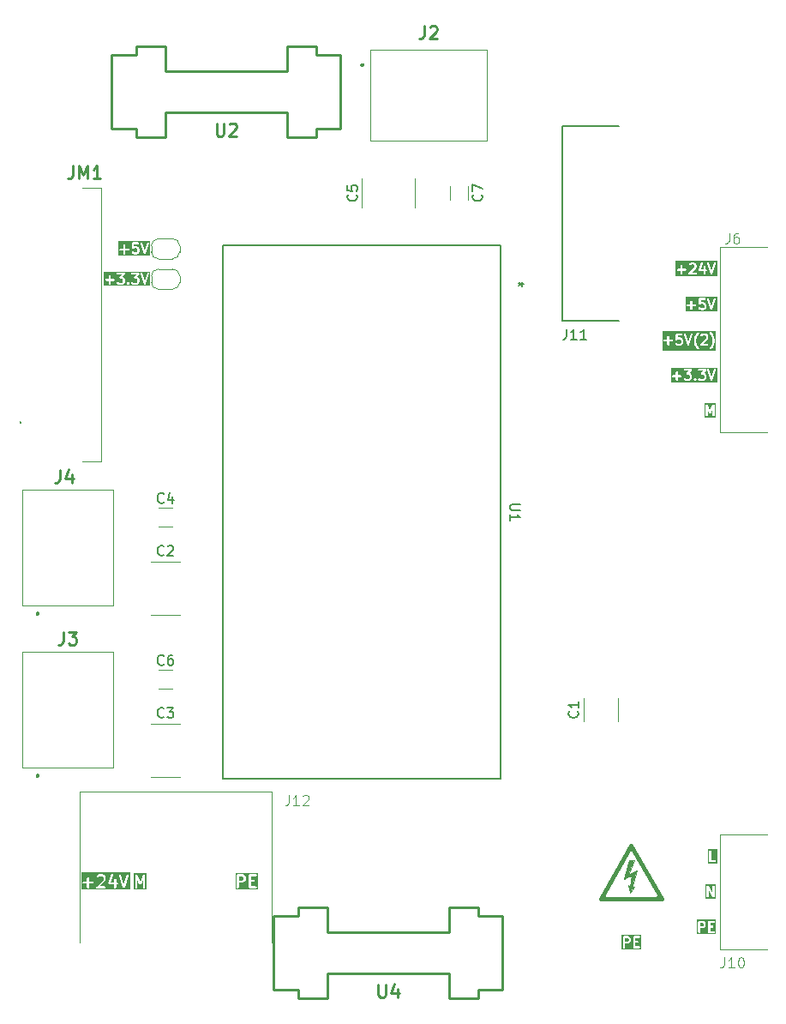
<source format=gbr>
%TF.GenerationSoftware,KiCad,Pcbnew,9.0.6*%
%TF.CreationDate,2025-11-22T20:55:52+03:00*%
%TF.ProjectId,PMPS-20W,504d5053-2d32-4305-972e-6b696361645f,rev?*%
%TF.SameCoordinates,Original*%
%TF.FileFunction,Legend,Top*%
%TF.FilePolarity,Positive*%
%FSLAX46Y46*%
G04 Gerber Fmt 4.6, Leading zero omitted, Abs format (unit mm)*
G04 Created by KiCad (PCBNEW 9.0.6) date 2025-11-22 20:55:52*
%MOMM*%
%LPD*%
G01*
G04 APERTURE LIST*
%ADD10C,0.200000*%
%ADD11C,0.150000*%
%ADD12C,0.254000*%
%ADD13C,0.100000*%
%ADD14C,0.120000*%
%ADD15C,0.300000*%
%ADD16C,0.152400*%
%ADD17C,0.400000*%
%ADD18C,0.101600*%
G04 APERTURE END LIST*
D10*
G36*
X-27481738Y-35778075D02*
G01*
X-32345697Y-35778075D01*
X-32345697Y-35068091D01*
X-32212364Y-35068091D01*
X-32212364Y-35107109D01*
X-32197432Y-35143157D01*
X-32169842Y-35170747D01*
X-32133794Y-35185679D01*
X-32114285Y-35187600D01*
X-31757142Y-35187600D01*
X-31757142Y-35544742D01*
X-31755221Y-35564251D01*
X-31740289Y-35600299D01*
X-31712699Y-35627889D01*
X-31676651Y-35642821D01*
X-31637633Y-35642821D01*
X-31601585Y-35627889D01*
X-31573995Y-35600299D01*
X-31559063Y-35564251D01*
X-31557142Y-35544742D01*
X-31557142Y-35525233D01*
X-30840936Y-35525233D01*
X-30840936Y-35564251D01*
X-30826004Y-35600299D01*
X-30798414Y-35627889D01*
X-30762366Y-35642821D01*
X-30742857Y-35644742D01*
X-30000000Y-35644742D01*
X-29980491Y-35642821D01*
X-29944443Y-35627889D01*
X-29916853Y-35600299D01*
X-29901921Y-35564251D01*
X-29901921Y-35525233D01*
X-29916853Y-35489185D01*
X-29944443Y-35461595D01*
X-29980491Y-35446663D01*
X-30000000Y-35444742D01*
X-30501435Y-35444742D01*
X-30188928Y-35132235D01*
X-29642072Y-35132235D01*
X-29640936Y-35148219D01*
X-29640936Y-35164251D01*
X-29639561Y-35167571D01*
X-29639306Y-35171155D01*
X-29632139Y-35185490D01*
X-29626004Y-35200299D01*
X-29623464Y-35202839D01*
X-29621856Y-35206054D01*
X-29609745Y-35216558D01*
X-29598414Y-35227889D01*
X-29595096Y-35229263D01*
X-29592380Y-35231619D01*
X-29577171Y-35236688D01*
X-29562366Y-35242821D01*
X-29557266Y-35243323D01*
X-29555364Y-35243957D01*
X-29552731Y-35243769D01*
X-29542857Y-35244742D01*
X-29071428Y-35244742D01*
X-29071428Y-35544742D01*
X-29069507Y-35564251D01*
X-29054575Y-35600299D01*
X-29026985Y-35627889D01*
X-28990937Y-35642821D01*
X-28951919Y-35642821D01*
X-28915871Y-35627889D01*
X-28888281Y-35600299D01*
X-28873349Y-35564251D01*
X-28871428Y-35544742D01*
X-28871428Y-35244742D01*
X-28800000Y-35244742D01*
X-28780491Y-35242821D01*
X-28744443Y-35227889D01*
X-28716853Y-35200299D01*
X-28701921Y-35164251D01*
X-28701921Y-35125233D01*
X-28716853Y-35089185D01*
X-28744443Y-35061595D01*
X-28780491Y-35046663D01*
X-28800000Y-35044742D01*
X-28871428Y-35044742D01*
X-28871428Y-34744742D01*
X-28873349Y-34725233D01*
X-28888281Y-34689185D01*
X-28915871Y-34661595D01*
X-28951919Y-34646663D01*
X-28990937Y-34646663D01*
X-29026985Y-34661595D01*
X-29054575Y-34689185D01*
X-29069507Y-34725233D01*
X-29071428Y-34744742D01*
X-29071428Y-35044742D01*
X-29404115Y-35044742D01*
X-29174950Y-34357249D01*
X-28613501Y-34357249D01*
X-28609154Y-34376365D01*
X-28209154Y-35576365D01*
X-28201163Y-35594265D01*
X-28196480Y-35599664D01*
X-28193285Y-35606054D01*
X-28183814Y-35614269D01*
X-28175598Y-35623741D01*
X-28169209Y-35626935D01*
X-28163809Y-35631619D01*
X-28151912Y-35635584D01*
X-28140699Y-35641191D01*
X-28133572Y-35641697D01*
X-28126793Y-35643957D01*
X-28114286Y-35643068D01*
X-28101779Y-35643957D01*
X-28095001Y-35641697D01*
X-28087873Y-35641191D01*
X-28076661Y-35635584D01*
X-28064763Y-35631619D01*
X-28059364Y-35626935D01*
X-28052974Y-35623741D01*
X-28044757Y-35614266D01*
X-28035287Y-35606053D01*
X-28032094Y-35599665D01*
X-28027409Y-35594265D01*
X-28019418Y-35576365D01*
X-27619418Y-34376365D01*
X-27615071Y-34357250D01*
X-27617837Y-34318329D01*
X-27635287Y-34283431D01*
X-27664763Y-34257865D01*
X-27701779Y-34245527D01*
X-27740699Y-34248293D01*
X-27775598Y-34265743D01*
X-27801163Y-34295219D01*
X-27809154Y-34313119D01*
X-28114286Y-35228515D01*
X-28419418Y-34313119D01*
X-28427409Y-34295219D01*
X-28452974Y-34265743D01*
X-28487873Y-34248293D01*
X-28526793Y-34245527D01*
X-28563809Y-34257865D01*
X-28593285Y-34283430D01*
X-28610735Y-34318329D01*
X-28613501Y-34357249D01*
X-29174950Y-34357249D01*
X-29162275Y-34319223D01*
X-29157928Y-34300107D01*
X-29160694Y-34261187D01*
X-29178144Y-34226288D01*
X-29207620Y-34200723D01*
X-29244636Y-34188385D01*
X-29283556Y-34191151D01*
X-29318455Y-34208601D01*
X-29344020Y-34238077D01*
X-29352011Y-34255977D01*
X-29637725Y-35113119D01*
X-29639925Y-35122790D01*
X-29640936Y-35125233D01*
X-29640936Y-35127239D01*
X-29642072Y-35132235D01*
X-30188928Y-35132235D01*
X-29986432Y-34929739D01*
X-29973996Y-34914585D01*
X-29972622Y-34911266D01*
X-29970266Y-34908551D01*
X-29962275Y-34890651D01*
X-29905132Y-34719223D01*
X-29902933Y-34709550D01*
X-29901921Y-34707109D01*
X-29901573Y-34703571D01*
X-29900785Y-34700108D01*
X-29900973Y-34697473D01*
X-29900000Y-34687600D01*
X-29900000Y-34573314D01*
X-29901921Y-34553805D01*
X-29903297Y-34550484D01*
X-29903551Y-34546901D01*
X-29910557Y-34528593D01*
X-29967700Y-34414307D01*
X-29972985Y-34405910D01*
X-29973995Y-34403472D01*
X-29976249Y-34400726D01*
X-29978143Y-34397716D01*
X-29980140Y-34395984D01*
X-29986431Y-34388318D01*
X-30043574Y-34331175D01*
X-30051241Y-34324882D01*
X-30052973Y-34322885D01*
X-30055983Y-34320990D01*
X-30058727Y-34318738D01*
X-30061166Y-34317727D01*
X-30069563Y-34312442D01*
X-30183850Y-34255299D01*
X-30202158Y-34248293D01*
X-30205742Y-34248038D01*
X-30209062Y-34246663D01*
X-30228571Y-34244742D01*
X-30514285Y-34244742D01*
X-30533794Y-34246663D01*
X-30537115Y-34248038D01*
X-30540698Y-34248293D01*
X-30559006Y-34255299D01*
X-30673292Y-34312442D01*
X-30681689Y-34317727D01*
X-30684129Y-34318738D01*
X-30686875Y-34320991D01*
X-30689883Y-34322885D01*
X-30691616Y-34324882D01*
X-30699282Y-34331175D01*
X-30756425Y-34388317D01*
X-30768861Y-34403471D01*
X-30783793Y-34439519D01*
X-30783793Y-34478537D01*
X-30768861Y-34514585D01*
X-30741271Y-34542175D01*
X-30705223Y-34557107D01*
X-30666205Y-34557107D01*
X-30630157Y-34542175D01*
X-30615003Y-34529739D01*
X-30569336Y-34484070D01*
X-30490677Y-34444742D01*
X-30252178Y-34444742D01*
X-30173521Y-34484070D01*
X-30139330Y-34518262D01*
X-30100000Y-34596921D01*
X-30100000Y-34671372D01*
X-30144546Y-34805008D01*
X-30813568Y-35474031D01*
X-30826004Y-35489185D01*
X-30840936Y-35525233D01*
X-31557142Y-35525233D01*
X-31557142Y-35187600D01*
X-31199999Y-35187600D01*
X-31180490Y-35185679D01*
X-31144442Y-35170747D01*
X-31116852Y-35143157D01*
X-31101920Y-35107109D01*
X-31101920Y-35068091D01*
X-31116852Y-35032043D01*
X-31144442Y-35004453D01*
X-31180490Y-34989521D01*
X-31199999Y-34987600D01*
X-31557142Y-34987600D01*
X-31557142Y-34630457D01*
X-31559063Y-34610948D01*
X-31573995Y-34574900D01*
X-31601585Y-34547310D01*
X-31637633Y-34532378D01*
X-31676651Y-34532378D01*
X-31712699Y-34547310D01*
X-31740289Y-34574900D01*
X-31755221Y-34610948D01*
X-31757142Y-34630457D01*
X-31757142Y-34987600D01*
X-32114285Y-34987600D01*
X-32133794Y-34989521D01*
X-32169842Y-35004453D01*
X-32197432Y-35032043D01*
X-32212364Y-35068091D01*
X-32345697Y-35068091D01*
X-32345697Y-34055052D01*
X-27481738Y-34055052D01*
X-27481738Y-35778075D01*
G37*
G36*
X30341437Y17457639D02*
G01*
X25063993Y17457639D01*
X25063993Y18448243D01*
X25175104Y18448243D01*
X25175104Y18409225D01*
X25190036Y18373177D01*
X25217626Y18345587D01*
X25253674Y18330655D01*
X25273183Y18328734D01*
X25554135Y18328734D01*
X25554135Y18047781D01*
X25556056Y18028272D01*
X25570988Y17992224D01*
X25598578Y17964634D01*
X25634626Y17949702D01*
X25673644Y17949702D01*
X25709692Y17964634D01*
X25737282Y17992224D01*
X25752214Y18028272D01*
X25754135Y18047781D01*
X25754135Y18328734D01*
X26035088Y18328734D01*
X26054597Y18330655D01*
X26090645Y18345587D01*
X26118235Y18373177D01*
X26133167Y18409225D01*
X26133167Y18448243D01*
X26118235Y18484291D01*
X26090645Y18511881D01*
X26054597Y18526813D01*
X26035088Y18528734D01*
X25754135Y18528734D01*
X25754135Y18561938D01*
X26364126Y18561938D01*
X26365580Y18557120D01*
X26365580Y18552082D01*
X26371176Y18538573D01*
X26375397Y18524583D01*
X26378584Y18520687D01*
X26380512Y18516034D01*
X26390848Y18505698D01*
X26400104Y18494385D01*
X26404541Y18492005D01*
X26408102Y18488444D01*
X26421607Y18482850D01*
X26434488Y18475940D01*
X26439497Y18475440D01*
X26444150Y18473512D01*
X26458771Y18473512D01*
X26473312Y18472058D01*
X26478131Y18473512D01*
X26483168Y18473512D01*
X26496677Y18479109D01*
X26510667Y18483329D01*
X26514563Y18486517D01*
X26519216Y18488444D01*
X26534370Y18500880D01*
X26570513Y18537025D01*
X26630123Y18566829D01*
X26821004Y18566829D01*
X26880613Y18537024D01*
X26905282Y18512356D01*
X26935087Y18452746D01*
X26935087Y18261865D01*
X26905282Y18202257D01*
X26880613Y18177587D01*
X26821004Y18147781D01*
X26630123Y18147781D01*
X26570513Y18177586D01*
X26534370Y18213730D01*
X26519217Y18226167D01*
X26483169Y18241098D01*
X26444151Y18241099D01*
X26408102Y18226168D01*
X26380512Y18198578D01*
X26365581Y18162530D01*
X26365580Y18123512D01*
X26380511Y18087463D01*
X26392948Y18072310D01*
X26440566Y18024690D01*
X26448234Y18018397D01*
X26449966Y18016400D01*
X26452974Y18014507D01*
X26455720Y18012253D01*
X26458160Y18011243D01*
X26466557Y18005957D01*
X26561794Y17958338D01*
X26580103Y17951332D01*
X26583686Y17951078D01*
X26587007Y17949702D01*
X26606516Y17947781D01*
X26844611Y17947781D01*
X26864120Y17949702D01*
X26867440Y17951078D01*
X26871024Y17951332D01*
X26889332Y17958338D01*
X26984570Y18005957D01*
X26992965Y18011242D01*
X26995407Y18012253D01*
X26998154Y18014509D01*
X27001160Y18016400D01*
X27002890Y18018395D01*
X27010560Y18024690D01*
X27058179Y18072310D01*
X27064471Y18079977D01*
X27066468Y18081708D01*
X27068361Y18084716D01*
X27070616Y18087463D01*
X27071627Y18089905D01*
X27076911Y18098299D01*
X27124530Y18193536D01*
X27131536Y18211845D01*
X27131790Y18215429D01*
X27133166Y18218749D01*
X27135087Y18238258D01*
X27135087Y18476353D01*
X27133166Y18495862D01*
X27131790Y18499183D01*
X27131536Y18502766D01*
X27124530Y18521075D01*
X27076911Y18616312D01*
X27071625Y18624709D01*
X27070615Y18627149D01*
X27068361Y18629895D01*
X27066468Y18632903D01*
X27064470Y18634636D01*
X27058178Y18642302D01*
X27010560Y18689921D01*
X27002889Y18696216D01*
X27001160Y18698210D01*
X26998152Y18700104D01*
X26995406Y18702357D01*
X26992966Y18703368D01*
X26984570Y18708653D01*
X26889332Y18756272D01*
X26871024Y18763278D01*
X26867440Y18763533D01*
X26864120Y18764908D01*
X26844611Y18766829D01*
X26606516Y18766829D01*
X26587007Y18764908D01*
X26583686Y18763533D01*
X26583349Y18763509D01*
X26601777Y18947781D01*
X26987468Y18947781D01*
X27006977Y18949702D01*
X27043025Y18964634D01*
X27070615Y18992224D01*
X27085547Y19028272D01*
X27085547Y19035274D01*
X27221587Y19035274D01*
X27225934Y19016158D01*
X27559267Y18016159D01*
X27567258Y17998258D01*
X27571941Y17992859D01*
X27575136Y17986469D01*
X27584607Y17978254D01*
X27592823Y17968782D01*
X27599211Y17965588D01*
X27604612Y17960904D01*
X27616513Y17956937D01*
X27627722Y17951333D01*
X27634846Y17950827D01*
X27641628Y17948566D01*
X27654137Y17949456D01*
X27666642Y17948566D01*
X27673420Y17950826D01*
X27680548Y17951332D01*
X27691764Y17956941D01*
X27703658Y17960905D01*
X27709055Y17965586D01*
X27715447Y17968782D01*
X27723665Y17978258D01*
X27733134Y17986470D01*
X27736327Y17992857D01*
X27741012Y17998258D01*
X27749003Y18016158D01*
X27918309Y18524077D01*
X28220802Y18524077D01*
X28220808Y18524043D01*
X28220802Y18523972D01*
X28220802Y18333496D01*
X28220808Y18333426D01*
X28220802Y18333391D01*
X28221749Y18323877D01*
X28222723Y18313987D01*
X28222737Y18313953D01*
X28222744Y18313884D01*
X28270363Y18075789D01*
X28272174Y18069841D01*
X28273553Y18063777D01*
X28321172Y17920921D01*
X28324060Y17914451D01*
X28326597Y17907822D01*
X28374216Y17812584D01*
X28377529Y17807321D01*
X28380454Y17801835D01*
X28475692Y17658978D01*
X28475736Y17658924D01*
X28475750Y17658891D01*
X28481930Y17651360D01*
X28488112Y17643811D01*
X28488141Y17643792D01*
X28488186Y17643737D01*
X28535805Y17596119D01*
X28550958Y17583682D01*
X28587007Y17568751D01*
X28626025Y17568751D01*
X28662073Y17583682D01*
X28689663Y17611272D01*
X28704594Y17647320D01*
X28704594Y17686338D01*
X28689663Y17722387D01*
X28677226Y17737540D01*
X28636608Y17778159D01*
X28550319Y17907592D01*
X28508659Y17990911D01*
X28483200Y18067290D01*
X28794152Y18067290D01*
X28794152Y18028272D01*
X28809084Y17992224D01*
X28836674Y17964634D01*
X28872722Y17949702D01*
X28892231Y17947781D01*
X29511278Y17947781D01*
X29530787Y17949702D01*
X29566835Y17964634D01*
X29594425Y17992224D01*
X29609357Y18028272D01*
X29609357Y18067290D01*
X29594425Y18103338D01*
X29566835Y18130928D01*
X29530787Y18145860D01*
X29511278Y18147781D01*
X29133653Y18147781D01*
X29534370Y18548499D01*
X29546806Y18563653D01*
X29548180Y18566972D01*
X29550536Y18569687D01*
X29558527Y18587587D01*
X29606146Y18730444D01*
X29608345Y18740117D01*
X29609357Y18742558D01*
X29609705Y18746096D01*
X29610493Y18749559D01*
X29610305Y18752194D01*
X29611278Y18762067D01*
X29611278Y18857305D01*
X29609357Y18876814D01*
X29607981Y18880135D01*
X29607727Y18883718D01*
X29600721Y18902027D01*
X29553102Y18997264D01*
X29547816Y19005661D01*
X29546806Y19008101D01*
X29544552Y19010847D01*
X29542659Y19013855D01*
X29540661Y19015588D01*
X29534369Y19023254D01*
X29486751Y19070873D01*
X29479080Y19077168D01*
X29477351Y19079162D01*
X29474343Y19081056D01*
X29471597Y19083309D01*
X29469157Y19084320D01*
X29460761Y19089605D01*
X29365523Y19137224D01*
X29347215Y19144230D01*
X29343631Y19144485D01*
X29340311Y19145860D01*
X29320802Y19147781D01*
X29082707Y19147781D01*
X29063198Y19145860D01*
X29059877Y19144485D01*
X29056294Y19144230D01*
X29037985Y19137224D01*
X28942748Y19089605D01*
X28934351Y19084320D01*
X28931911Y19083309D01*
X28929165Y19081056D01*
X28926157Y19079162D01*
X28924424Y19077165D01*
X28916758Y19070872D01*
X28869139Y19023254D01*
X28856703Y19008100D01*
X28841771Y18972052D01*
X28841771Y18933034D01*
X28856703Y18896986D01*
X28884293Y18869396D01*
X28920341Y18854464D01*
X28959359Y18854464D01*
X28995407Y18869396D01*
X29010561Y18881832D01*
X29046704Y18917977D01*
X29106314Y18947781D01*
X29297195Y18947781D01*
X29356804Y18917976D01*
X29381473Y18893308D01*
X29411278Y18833698D01*
X29411278Y18778294D01*
X29376256Y18673230D01*
X28821520Y18118492D01*
X28809084Y18103338D01*
X28794152Y18067290D01*
X28483200Y18067290D01*
X28465258Y18121115D01*
X28420802Y18343398D01*
X28420802Y18514070D01*
X28465258Y18736353D01*
X28508659Y18866557D01*
X28550320Y18949877D01*
X28636606Y19079308D01*
X28677226Y19119928D01*
X28689663Y19135081D01*
X28704594Y19171130D01*
X28704594Y19210148D01*
X29746533Y19210148D01*
X29746533Y19171130D01*
X29761465Y19135082D01*
X29773901Y19119928D01*
X29814518Y19079312D01*
X29900809Y18949874D01*
X29942468Y18866557D01*
X29985869Y18736355D01*
X30030326Y18514071D01*
X30030326Y18343397D01*
X29985869Y18121113D01*
X29942468Y17990911D01*
X29900810Y17907594D01*
X29814518Y17778157D01*
X29773901Y17737540D01*
X29761465Y17722386D01*
X29746533Y17686338D01*
X29746533Y17647320D01*
X29761465Y17611272D01*
X29789055Y17583682D01*
X29825103Y17568750D01*
X29864121Y17568750D01*
X29900169Y17583682D01*
X29915323Y17596118D01*
X29962941Y17643737D01*
X29962984Y17643790D01*
X29963016Y17643811D01*
X29969233Y17651405D01*
X29975378Y17658890D01*
X29975392Y17658925D01*
X29975436Y17658978D01*
X30070674Y17801835D01*
X30073597Y17807319D01*
X30076912Y17812584D01*
X30124531Y17907821D01*
X30127067Y17914450D01*
X30129956Y17920920D01*
X30177575Y18063777D01*
X30178953Y18069839D01*
X30180765Y18075788D01*
X30228384Y18313884D01*
X30228390Y18313953D01*
X30228405Y18313987D01*
X30229378Y18323877D01*
X30230326Y18333391D01*
X30230319Y18333426D01*
X30230326Y18333496D01*
X30230326Y18523972D01*
X30230319Y18524043D01*
X30230326Y18524077D01*
X30229378Y18533592D01*
X30228405Y18543481D01*
X30228390Y18543516D01*
X30228384Y18543584D01*
X30180765Y18781679D01*
X30178953Y18787629D01*
X30177575Y18793690D01*
X30129956Y18936547D01*
X30127067Y18943018D01*
X30124531Y18949646D01*
X30076912Y19044883D01*
X30073596Y19050151D01*
X30070674Y19055631D01*
X29975436Y19198490D01*
X29975392Y19198544D01*
X29975378Y19198578D01*
X29969233Y19206064D01*
X29963016Y19213657D01*
X29962984Y19213679D01*
X29962941Y19213731D01*
X29915323Y19261350D01*
X29900169Y19273786D01*
X29864121Y19288718D01*
X29825103Y19288718D01*
X29789055Y19273786D01*
X29761465Y19246196D01*
X29746533Y19210148D01*
X28704594Y19210148D01*
X28689663Y19246196D01*
X28662073Y19273786D01*
X28626025Y19288717D01*
X28587007Y19288717D01*
X28550958Y19273786D01*
X28535805Y19261349D01*
X28488186Y19213731D01*
X28488141Y19213677D01*
X28488112Y19213657D01*
X28481930Y19206109D01*
X28475750Y19198577D01*
X28475736Y19198545D01*
X28475692Y19198490D01*
X28380454Y19055632D01*
X28377529Y19050147D01*
X28374216Y19044883D01*
X28326597Y18949645D01*
X28324060Y18943017D01*
X28321172Y18936546D01*
X28273553Y18793690D01*
X28272174Y18787627D01*
X28270363Y18781678D01*
X28222744Y18543584D01*
X28222737Y18543516D01*
X28222723Y18543481D01*
X28221749Y18533592D01*
X28220802Y18524077D01*
X27918309Y18524077D01*
X28082336Y19016158D01*
X28086683Y19035273D01*
X28083917Y19074193D01*
X28066467Y19109092D01*
X28036991Y19134657D01*
X27999975Y19146996D01*
X27961055Y19144229D01*
X27926156Y19126780D01*
X27900591Y19097304D01*
X27892600Y19079403D01*
X27654135Y18364009D01*
X27415670Y19079404D01*
X27407679Y19097304D01*
X27382114Y19126780D01*
X27347215Y19144230D01*
X27308295Y19146996D01*
X27271279Y19134658D01*
X27241803Y19109093D01*
X27224353Y19074194D01*
X27221587Y19035274D01*
X27085547Y19035274D01*
X27085547Y19067290D01*
X27070615Y19103338D01*
X27043025Y19130928D01*
X27006977Y19145860D01*
X26987468Y19147781D01*
X26511278Y19147781D01*
X26504061Y19147071D01*
X26501625Y19147314D01*
X26499246Y19146597D01*
X26491769Y19145860D01*
X26478259Y19140264D01*
X26464270Y19136043D01*
X26460373Y19132856D01*
X26455721Y19130928D01*
X26445384Y19120592D01*
X26434072Y19111336D01*
X26431691Y19106899D01*
X26428131Y19103338D01*
X26422536Y19089833D01*
X26415627Y19076952D01*
X26414150Y19069588D01*
X26413199Y19067290D01*
X26413199Y19064840D01*
X26411774Y19057731D01*
X26364155Y18581541D01*
X26364126Y18561938D01*
X25754135Y18561938D01*
X25754135Y18809686D01*
X25752214Y18829195D01*
X25737282Y18865243D01*
X25709692Y18892833D01*
X25673644Y18907765D01*
X25634626Y18907765D01*
X25598578Y18892833D01*
X25570988Y18865243D01*
X25556056Y18829195D01*
X25554135Y18809686D01*
X25554135Y18528734D01*
X25273183Y18528734D01*
X25253674Y18526813D01*
X25217626Y18511881D01*
X25190036Y18484291D01*
X25175104Y18448243D01*
X25063993Y18448243D01*
X25063993Y19399829D01*
X30341437Y19399829D01*
X30341437Y17457639D01*
G37*
G36*
X-25866667Y-35776154D02*
G01*
X-27133333Y-35776154D01*
X-27133333Y-34344742D01*
X-27000000Y-34344742D01*
X-27000000Y-35544742D01*
X-26998079Y-35564251D01*
X-26983147Y-35600299D01*
X-26955557Y-35627889D01*
X-26919509Y-35642821D01*
X-26880491Y-35642821D01*
X-26844443Y-35627889D01*
X-26816853Y-35600299D01*
X-26801921Y-35564251D01*
X-26800000Y-35544742D01*
X-26800000Y-34795498D01*
X-26590618Y-35244174D01*
X-26586386Y-35251319D01*
X-26585506Y-35253737D01*
X-26583941Y-35255446D01*
X-26580627Y-35261040D01*
X-26569417Y-35271306D01*
X-26559155Y-35282512D01*
X-26555130Y-35284390D01*
X-26551852Y-35287392D01*
X-26537570Y-35292585D01*
X-26523797Y-35299013D01*
X-26519358Y-35299208D01*
X-26515183Y-35300726D01*
X-26500000Y-35300058D01*
X-26484817Y-35300726D01*
X-26480644Y-35299208D01*
X-26476202Y-35299013D01*
X-26462418Y-35292580D01*
X-26448148Y-35287391D01*
X-26444875Y-35284393D01*
X-26440845Y-35282513D01*
X-26430576Y-35271298D01*
X-26419373Y-35261040D01*
X-26416062Y-35255449D01*
X-26414493Y-35253737D01*
X-26413613Y-35251315D01*
X-26409382Y-35244174D01*
X-26200000Y-34795497D01*
X-26200000Y-35544742D01*
X-26198079Y-35564251D01*
X-26183147Y-35600299D01*
X-26155557Y-35627889D01*
X-26119509Y-35642821D01*
X-26080491Y-35642821D01*
X-26044443Y-35627889D01*
X-26016853Y-35600299D01*
X-26001921Y-35564251D01*
X-26000000Y-35544742D01*
X-26000000Y-34344742D01*
X-26001263Y-34331918D01*
X-26001159Y-34329559D01*
X-26001620Y-34328291D01*
X-26001921Y-34325233D01*
X-26008562Y-34309202D01*
X-26014493Y-34292890D01*
X-26016000Y-34291244D01*
X-26016853Y-34289185D01*
X-26029115Y-34276923D01*
X-26040845Y-34264114D01*
X-26042869Y-34263169D01*
X-26044443Y-34261595D01*
X-26060459Y-34254960D01*
X-26076202Y-34247614D01*
X-26078432Y-34247516D01*
X-26080491Y-34246663D01*
X-26097843Y-34246663D01*
X-26115183Y-34245901D01*
X-26117279Y-34246663D01*
X-26119509Y-34246663D01*
X-26135540Y-34253303D01*
X-26151852Y-34259235D01*
X-26153498Y-34260741D01*
X-26155557Y-34261595D01*
X-26167825Y-34273862D01*
X-26180627Y-34285587D01*
X-26182194Y-34288231D01*
X-26183147Y-34289185D01*
X-26184051Y-34291366D01*
X-26190618Y-34302453D01*
X-26500001Y-34965414D01*
X-26809382Y-34302453D01*
X-26815950Y-34291366D01*
X-26816853Y-34289185D01*
X-26817807Y-34288231D01*
X-26819373Y-34285587D01*
X-26832170Y-34273868D01*
X-26844443Y-34261595D01*
X-26846505Y-34260741D01*
X-26848148Y-34259236D01*
X-26864450Y-34253307D01*
X-26880491Y-34246663D01*
X-26882722Y-34246663D01*
X-26884817Y-34245901D01*
X-26902157Y-34246663D01*
X-26919509Y-34246663D01*
X-26921569Y-34247516D01*
X-26923797Y-34247614D01*
X-26939528Y-34254955D01*
X-26955557Y-34261595D01*
X-26957134Y-34263171D01*
X-26959155Y-34264115D01*
X-26970874Y-34276911D01*
X-26983147Y-34289185D01*
X-26984001Y-34291246D01*
X-26985506Y-34292890D01*
X-26991435Y-34309191D01*
X-26998079Y-34325233D01*
X-26998381Y-34328291D01*
X-26998841Y-34329559D01*
X-26998738Y-34331918D01*
X-27000000Y-34344742D01*
X-27133333Y-34344742D01*
X-27133333Y-34112568D01*
X-25866667Y-34112568D01*
X-25866667Y-35776154D01*
G37*
G36*
X30341437Y-36663086D02*
G01*
X29347787Y-36663086D01*
X29347787Y-35452219D01*
X29458898Y-35452219D01*
X29458898Y-36452219D01*
X29460819Y-36471728D01*
X29475751Y-36507776D01*
X29503341Y-36535366D01*
X29539389Y-36550298D01*
X29578407Y-36550298D01*
X29614455Y-36535366D01*
X29642045Y-36507776D01*
X29656977Y-36471728D01*
X29658898Y-36452219D01*
X29658898Y-35828775D01*
X30043502Y-36501833D01*
X30046420Y-36505943D01*
X30047179Y-36507776D01*
X30049045Y-36509642D01*
X30054849Y-36517818D01*
X30065365Y-36525962D01*
X30074769Y-36535366D01*
X30080656Y-36537804D01*
X30085698Y-36541709D01*
X30098530Y-36545208D01*
X30110817Y-36550298D01*
X30117193Y-36550298D01*
X30123342Y-36551975D01*
X30136535Y-36550298D01*
X30149835Y-36550298D01*
X30155723Y-36547858D01*
X30162048Y-36547055D01*
X30173597Y-36540454D01*
X30185883Y-36535366D01*
X30190390Y-36530858D01*
X30195925Y-36527696D01*
X30204069Y-36517179D01*
X30213473Y-36507776D01*
X30215911Y-36501888D01*
X30219816Y-36496847D01*
X30223315Y-36484014D01*
X30228405Y-36471728D01*
X30229387Y-36461750D01*
X30230082Y-36459204D01*
X30229831Y-36457236D01*
X30230326Y-36452219D01*
X30230326Y-35452219D01*
X30228405Y-35432710D01*
X30213473Y-35396662D01*
X30185883Y-35369072D01*
X30149835Y-35354140D01*
X30110817Y-35354140D01*
X30074769Y-35369072D01*
X30047179Y-35396662D01*
X30032247Y-35432710D01*
X30030326Y-35452219D01*
X30030326Y-36075662D01*
X29645722Y-35402605D01*
X29642803Y-35398494D01*
X29642045Y-35396662D01*
X29640178Y-35394795D01*
X29634375Y-35386620D01*
X29623860Y-35378477D01*
X29614455Y-35369072D01*
X29608564Y-35366632D01*
X29603526Y-35362730D01*
X29590697Y-35359231D01*
X29578407Y-35354140D01*
X29572032Y-35354140D01*
X29565883Y-35352463D01*
X29552690Y-35354140D01*
X29539389Y-35354140D01*
X29533500Y-35356579D01*
X29527176Y-35357383D01*
X29515626Y-35363983D01*
X29503341Y-35369072D01*
X29498833Y-35373579D01*
X29493299Y-35376742D01*
X29485156Y-35387256D01*
X29475751Y-35396662D01*
X29473311Y-35402552D01*
X29469409Y-35407591D01*
X29465910Y-35420419D01*
X29460819Y-35432710D01*
X29459836Y-35442687D01*
X29459142Y-35445234D01*
X29459392Y-35447201D01*
X29458898Y-35452219D01*
X29347787Y-35452219D01*
X29347787Y-35241352D01*
X30341437Y-35241352D01*
X30341437Y-36663086D01*
G37*
G36*
X30483509Y24836670D02*
G01*
X26397327Y24836670D01*
X26397327Y25448243D01*
X26508438Y25448243D01*
X26508438Y25409225D01*
X26523370Y25373177D01*
X26550960Y25345587D01*
X26587008Y25330655D01*
X26606517Y25328734D01*
X26887469Y25328734D01*
X26887469Y25047781D01*
X26889390Y25028272D01*
X26904322Y24992224D01*
X26931912Y24964634D01*
X26967960Y24949702D01*
X27006978Y24949702D01*
X27043026Y24964634D01*
X27070616Y24992224D01*
X27085548Y25028272D01*
X27087469Y25047781D01*
X27087469Y25067290D01*
X27651295Y25067290D01*
X27651295Y25028272D01*
X27666227Y24992224D01*
X27693817Y24964634D01*
X27729865Y24949702D01*
X27749374Y24947781D01*
X28368421Y24947781D01*
X28387930Y24949702D01*
X28423978Y24964634D01*
X28451568Y24992224D01*
X28466500Y25028272D01*
X28466500Y25067290D01*
X28451568Y25103338D01*
X28423978Y25130928D01*
X28387930Y25145860D01*
X28368421Y25147781D01*
X27990796Y25147781D01*
X28236636Y25393622D01*
X28650159Y25393622D01*
X28651295Y25377638D01*
X28651295Y25361606D01*
X28652670Y25358286D01*
X28652925Y25354702D01*
X28660092Y25340367D01*
X28666227Y25325558D01*
X28668767Y25323018D01*
X28670375Y25319803D01*
X28682486Y25309299D01*
X28693817Y25297968D01*
X28697135Y25296594D01*
X28699851Y25294238D01*
X28715060Y25289169D01*
X28729865Y25283036D01*
X28734965Y25282534D01*
X28736867Y25281900D01*
X28739500Y25282088D01*
X28749374Y25281115D01*
X29125564Y25281115D01*
X29125564Y25047781D01*
X29127485Y25028272D01*
X29142417Y24992224D01*
X29170007Y24964634D01*
X29206055Y24949702D01*
X29245073Y24949702D01*
X29281121Y24964634D01*
X29308711Y24992224D01*
X29323643Y25028272D01*
X29325564Y25047781D01*
X29325564Y25281115D01*
X29368421Y25281115D01*
X29387930Y25283036D01*
X29423978Y25297968D01*
X29451568Y25325558D01*
X29466500Y25361606D01*
X29466500Y25400624D01*
X29451568Y25436672D01*
X29423978Y25464262D01*
X29387930Y25479194D01*
X29368421Y25481115D01*
X29325564Y25481115D01*
X29325564Y25714448D01*
X29323643Y25733957D01*
X29308711Y25770005D01*
X29281121Y25797595D01*
X29245073Y25812527D01*
X29206055Y25812527D01*
X29170007Y25797595D01*
X29142417Y25770005D01*
X29127485Y25733957D01*
X29125564Y25714448D01*
X29125564Y25481115D01*
X28888116Y25481115D01*
X29072836Y26035274D01*
X29507302Y26035274D01*
X29511649Y26016158D01*
X29844982Y25016159D01*
X29852973Y24998258D01*
X29857656Y24992859D01*
X29860851Y24986469D01*
X29870322Y24978254D01*
X29878538Y24968782D01*
X29884926Y24965588D01*
X29890327Y24960904D01*
X29902228Y24956937D01*
X29913437Y24951333D01*
X29920561Y24950827D01*
X29927343Y24948566D01*
X29939852Y24949456D01*
X29952357Y24948566D01*
X29959135Y24950826D01*
X29966263Y24951332D01*
X29977479Y24956941D01*
X29989373Y24960905D01*
X29994770Y24965586D01*
X30001162Y24968782D01*
X30009380Y24978258D01*
X30018849Y24986470D01*
X30022042Y24992857D01*
X30026727Y24998258D01*
X30034718Y25016158D01*
X30368051Y26016158D01*
X30372398Y26035273D01*
X30369632Y26074193D01*
X30352182Y26109092D01*
X30322706Y26134657D01*
X30285690Y26146996D01*
X30246770Y26144229D01*
X30211871Y26126780D01*
X30186306Y26097304D01*
X30178315Y26079403D01*
X29939850Y25364009D01*
X29701385Y26079404D01*
X29693394Y26097304D01*
X29667829Y26126780D01*
X29632930Y26144230D01*
X29594010Y26146996D01*
X29556994Y26134658D01*
X29527518Y26109093D01*
X29510068Y26074194D01*
X29507302Y26035274D01*
X29072836Y26035274D01*
X29082337Y26063777D01*
X29086684Y26082892D01*
X29083918Y26121812D01*
X29066468Y26156711D01*
X29036992Y26182276D01*
X28999976Y26194615D01*
X28961056Y26191848D01*
X28926157Y26174399D01*
X28900592Y26144923D01*
X28892601Y26127022D01*
X28654506Y25412738D01*
X28652306Y25403067D01*
X28651295Y25400624D01*
X28651295Y25398618D01*
X28650159Y25393622D01*
X28236636Y25393622D01*
X28391513Y25548499D01*
X28403949Y25563653D01*
X28405323Y25566972D01*
X28407679Y25569687D01*
X28415670Y25587587D01*
X28463289Y25730444D01*
X28465488Y25740117D01*
X28466500Y25742558D01*
X28466848Y25746096D01*
X28467636Y25749559D01*
X28467448Y25752194D01*
X28468421Y25762067D01*
X28468421Y25857305D01*
X28466500Y25876814D01*
X28465124Y25880135D01*
X28464870Y25883718D01*
X28457864Y25902027D01*
X28410245Y25997264D01*
X28404959Y26005661D01*
X28403949Y26008101D01*
X28401695Y26010847D01*
X28399802Y26013855D01*
X28397804Y26015588D01*
X28391512Y26023254D01*
X28343894Y26070873D01*
X28336223Y26077168D01*
X28334494Y26079162D01*
X28331486Y26081056D01*
X28328740Y26083309D01*
X28326300Y26084320D01*
X28317904Y26089605D01*
X28222666Y26137224D01*
X28204358Y26144230D01*
X28200774Y26144485D01*
X28197454Y26145860D01*
X28177945Y26147781D01*
X27939850Y26147781D01*
X27920341Y26145860D01*
X27917020Y26144485D01*
X27913437Y26144230D01*
X27895128Y26137224D01*
X27799891Y26089605D01*
X27791494Y26084320D01*
X27789054Y26083309D01*
X27786308Y26081056D01*
X27783300Y26079162D01*
X27781567Y26077165D01*
X27773901Y26070872D01*
X27726282Y26023254D01*
X27713846Y26008100D01*
X27698914Y25972052D01*
X27698914Y25933034D01*
X27713846Y25896986D01*
X27741436Y25869396D01*
X27777484Y25854464D01*
X27816502Y25854464D01*
X27852550Y25869396D01*
X27867704Y25881832D01*
X27903847Y25917977D01*
X27963457Y25947781D01*
X28154338Y25947781D01*
X28213947Y25917976D01*
X28238616Y25893308D01*
X28268421Y25833698D01*
X28268421Y25778294D01*
X28233399Y25673230D01*
X27678663Y25118492D01*
X27666227Y25103338D01*
X27651295Y25067290D01*
X27087469Y25067290D01*
X27087469Y25328734D01*
X27368422Y25328734D01*
X27387931Y25330655D01*
X27423979Y25345587D01*
X27451569Y25373177D01*
X27466501Y25409225D01*
X27466501Y25448243D01*
X27451569Y25484291D01*
X27423979Y25511881D01*
X27387931Y25526813D01*
X27368422Y25528734D01*
X27087469Y25528734D01*
X27087469Y25809686D01*
X27085548Y25829195D01*
X27070616Y25865243D01*
X27043026Y25892833D01*
X27006978Y25907765D01*
X26967960Y25907765D01*
X26931912Y25892833D01*
X26904322Y25865243D01*
X26889390Y25829195D01*
X26887469Y25809686D01*
X26887469Y25528734D01*
X26606517Y25528734D01*
X26587008Y25526813D01*
X26550960Y25511881D01*
X26523370Y25484291D01*
X26508438Y25448243D01*
X26397327Y25448243D01*
X26397327Y26305726D01*
X30483509Y26305726D01*
X30483509Y24836670D01*
G37*
G36*
X29118709Y-39082024D02*
G01*
X29143378Y-39106692D01*
X29173183Y-39166302D01*
X29173183Y-39261945D01*
X29143378Y-39321554D01*
X29118709Y-39346222D01*
X29059100Y-39376028D01*
X28801755Y-39376028D01*
X28801755Y-39052219D01*
X29059100Y-39052219D01*
X29118709Y-39082024D01*
G37*
G36*
X30387135Y-40163330D02*
G01*
X28490644Y-40163330D01*
X28490644Y-38952219D01*
X28601755Y-38952219D01*
X28601755Y-39952219D01*
X28603676Y-39971728D01*
X28618608Y-40007776D01*
X28646198Y-40035366D01*
X28682246Y-40050298D01*
X28721264Y-40050298D01*
X28757312Y-40035366D01*
X28784902Y-40007776D01*
X28799834Y-39971728D01*
X28801755Y-39952219D01*
X28801755Y-39576028D01*
X29082707Y-39576028D01*
X29102216Y-39574107D01*
X29105536Y-39572731D01*
X29109120Y-39572477D01*
X29127428Y-39565471D01*
X29222666Y-39517852D01*
X29231062Y-39512566D01*
X29233502Y-39511556D01*
X29236248Y-39509302D01*
X29239256Y-39507409D01*
X29240985Y-39505414D01*
X29248656Y-39499120D01*
X29296274Y-39451501D01*
X29302566Y-39443834D01*
X29304564Y-39442102D01*
X29306457Y-39439093D01*
X29308711Y-39436348D01*
X29309721Y-39433907D01*
X29315007Y-39425511D01*
X29362626Y-39330274D01*
X29369632Y-39311965D01*
X29369886Y-39308381D01*
X29371262Y-39305061D01*
X29373183Y-39285552D01*
X29373183Y-39142695D01*
X29371262Y-39123186D01*
X29369886Y-39119865D01*
X29369632Y-39116282D01*
X29362626Y-39097973D01*
X29315007Y-39002736D01*
X29309721Y-38994339D01*
X29308711Y-38991899D01*
X29306457Y-38989153D01*
X29304564Y-38986145D01*
X29302566Y-38984412D01*
X29296274Y-38976746D01*
X29271748Y-38952219D01*
X29601755Y-38952219D01*
X29601755Y-39952219D01*
X29603676Y-39971728D01*
X29618608Y-40007776D01*
X29646198Y-40035366D01*
X29682246Y-40050298D01*
X29701755Y-40052219D01*
X30177945Y-40052219D01*
X30197454Y-40050298D01*
X30233502Y-40035366D01*
X30261092Y-40007776D01*
X30276024Y-39971728D01*
X30276024Y-39932710D01*
X30261092Y-39896662D01*
X30233502Y-39869072D01*
X30197454Y-39854140D01*
X30177945Y-39852219D01*
X29801755Y-39852219D01*
X29801755Y-39528409D01*
X30035088Y-39528409D01*
X30054597Y-39526488D01*
X30090645Y-39511556D01*
X30118235Y-39483966D01*
X30133167Y-39447918D01*
X30133167Y-39408900D01*
X30118235Y-39372852D01*
X30090645Y-39345262D01*
X30054597Y-39330330D01*
X30035088Y-39328409D01*
X29801755Y-39328409D01*
X29801755Y-39052219D01*
X30177945Y-39052219D01*
X30197454Y-39050298D01*
X30233502Y-39035366D01*
X30261092Y-39007776D01*
X30276024Y-38971728D01*
X30276024Y-38932710D01*
X30261092Y-38896662D01*
X30233502Y-38869072D01*
X30197454Y-38854140D01*
X30177945Y-38852219D01*
X29701755Y-38852219D01*
X29682246Y-38854140D01*
X29646198Y-38869072D01*
X29618608Y-38896662D01*
X29603676Y-38932710D01*
X29601755Y-38952219D01*
X29271748Y-38952219D01*
X29248656Y-38929127D01*
X29240985Y-38922832D01*
X29239256Y-38920838D01*
X29236248Y-38918944D01*
X29233502Y-38916691D01*
X29231062Y-38915680D01*
X29222666Y-38910395D01*
X29127428Y-38862776D01*
X29109120Y-38855770D01*
X29105536Y-38855515D01*
X29102216Y-38854140D01*
X29082707Y-38852219D01*
X28701755Y-38852219D01*
X28682246Y-38854140D01*
X28646198Y-38869072D01*
X28618608Y-38896662D01*
X28603676Y-38932710D01*
X28601755Y-38952219D01*
X28490644Y-38952219D01*
X28490644Y-38741108D01*
X30387135Y-38741108D01*
X30387135Y-40163330D01*
G37*
G36*
X-25516491Y23836670D02*
G01*
X-30078863Y23836670D01*
X-30078863Y24448243D01*
X-29967752Y24448243D01*
X-29967752Y24409225D01*
X-29952820Y24373177D01*
X-29925230Y24345587D01*
X-29889182Y24330655D01*
X-29869673Y24328734D01*
X-29588721Y24328734D01*
X-29588721Y24047781D01*
X-29586800Y24028272D01*
X-29571868Y23992224D01*
X-29544278Y23964634D01*
X-29508230Y23949702D01*
X-29469212Y23949702D01*
X-29433164Y23964634D01*
X-29405574Y23992224D01*
X-29390642Y24028272D01*
X-29388721Y24047781D01*
X-29388721Y24328734D01*
X-29107768Y24328734D01*
X-29088259Y24330655D01*
X-29052211Y24345587D01*
X-29024621Y24373177D01*
X-29009689Y24409225D01*
X-29009689Y24448243D01*
X-29024621Y24484291D01*
X-29052211Y24511881D01*
X-29088259Y24526813D01*
X-29107768Y24528734D01*
X-29388721Y24528734D01*
X-29388721Y24809686D01*
X-29390642Y24829195D01*
X-29405574Y24865243D01*
X-29433164Y24892833D01*
X-29469212Y24907765D01*
X-29508230Y24907765D01*
X-29544278Y24892833D01*
X-29571868Y24865243D01*
X-29586800Y24829195D01*
X-29588721Y24809686D01*
X-29588721Y24528734D01*
X-29869673Y24528734D01*
X-29889182Y24526813D01*
X-29925230Y24511881D01*
X-29952820Y24484291D01*
X-29967752Y24448243D01*
X-30078863Y24448243D01*
X-30078863Y25067290D01*
X-28824895Y25067290D01*
X-28824895Y25028272D01*
X-28809963Y24992224D01*
X-28782373Y24964634D01*
X-28746325Y24949702D01*
X-28726816Y24947781D01*
X-28328146Y24947781D01*
X-28516360Y24732679D01*
X-28522390Y24724246D01*
X-28524249Y24722386D01*
X-28524980Y24720623D01*
X-28527761Y24716732D01*
X-28532966Y24701344D01*
X-28539181Y24686338D01*
X-28539181Y24682965D01*
X-28540261Y24679771D01*
X-28539181Y24663569D01*
X-28539181Y24647320D01*
X-28537891Y24644205D01*
X-28537666Y24640839D01*
X-28530466Y24626279D01*
X-28524249Y24611272D01*
X-28521865Y24608888D01*
X-28520369Y24605864D01*
X-28508144Y24595167D01*
X-28496659Y24583682D01*
X-28493545Y24582392D01*
X-28491005Y24580170D01*
X-28475617Y24574966D01*
X-28460611Y24568750D01*
X-28455852Y24568282D01*
X-28454044Y24567670D01*
X-28451420Y24567845D01*
X-28441102Y24566829D01*
X-28321852Y24566829D01*
X-28262243Y24537024D01*
X-28237574Y24512356D01*
X-28207769Y24452746D01*
X-28207769Y24261865D01*
X-28237574Y24202257D01*
X-28262243Y24177587D01*
X-28321852Y24147781D01*
X-28560352Y24147781D01*
X-28619962Y24177586D01*
X-28656105Y24213730D01*
X-28671258Y24226167D01*
X-28707306Y24241098D01*
X-28746324Y24241099D01*
X-28782373Y24226168D01*
X-28809963Y24198578D01*
X-28824894Y24162530D01*
X-28824895Y24123512D01*
X-28809964Y24087463D01*
X-28797527Y24072310D01*
X-28749909Y24024690D01*
X-28742241Y24018397D01*
X-28740509Y24016400D01*
X-28737501Y24014507D01*
X-28734755Y24012253D01*
X-28732315Y24011243D01*
X-28723918Y24005957D01*
X-28628681Y23958338D01*
X-28610372Y23951332D01*
X-28606789Y23951078D01*
X-28603468Y23949702D01*
X-28583959Y23947781D01*
X-28298245Y23947781D01*
X-28278736Y23949702D01*
X-28275416Y23951078D01*
X-28271832Y23951332D01*
X-28253524Y23958338D01*
X-28158286Y24005957D01*
X-28149891Y24011242D01*
X-28147449Y24012253D01*
X-28144702Y24014509D01*
X-28141696Y24016400D01*
X-28139966Y24018395D01*
X-28132296Y24024690D01*
X-28084677Y24072310D01*
X-28078385Y24079977D01*
X-28076388Y24081708D01*
X-28074495Y24084716D01*
X-28072240Y24087463D01*
X-28071229Y24089905D01*
X-28065945Y24098299D01*
X-28057640Y24114909D01*
X-27824895Y24114909D01*
X-27824895Y24075891D01*
X-27818432Y24060289D01*
X-27809963Y24039842D01*
X-27809959Y24039838D01*
X-27797527Y24024689D01*
X-27749908Y23977071D01*
X-27734755Y23964634D01*
X-27725752Y23960905D01*
X-27698706Y23949702D01*
X-27659688Y23949702D01*
X-27623640Y23964634D01*
X-27608486Y23977070D01*
X-27560868Y24024689D01*
X-27548431Y24039842D01*
X-27541679Y24056144D01*
X-27533500Y24075890D01*
X-27533499Y24114908D01*
X-27548430Y24150957D01*
X-27560867Y24166110D01*
X-27608486Y24213730D01*
X-27623639Y24226167D01*
X-27638571Y24232352D01*
X-27659688Y24241099D01*
X-27698706Y24241099D01*
X-27709264Y24236726D01*
X-27734754Y24226168D01*
X-27734755Y24226167D01*
X-27749909Y24213730D01*
X-27797527Y24166110D01*
X-27809964Y24150957D01*
X-27819977Y24126781D01*
X-27824895Y24114909D01*
X-28057640Y24114909D01*
X-28018326Y24193536D01*
X-28011320Y24211845D01*
X-28011066Y24215429D01*
X-28009690Y24218749D01*
X-28007769Y24238258D01*
X-28007769Y24476353D01*
X-28009690Y24495862D01*
X-28011066Y24499183D01*
X-28011320Y24502766D01*
X-28018326Y24521075D01*
X-28065945Y24616312D01*
X-28071231Y24624709D01*
X-28072241Y24627149D01*
X-28074495Y24629895D01*
X-28076388Y24632903D01*
X-28078386Y24634636D01*
X-28084678Y24642302D01*
X-28132296Y24689921D01*
X-28139967Y24696216D01*
X-28141696Y24698210D01*
X-28144704Y24700104D01*
X-28147450Y24702357D01*
X-28149890Y24703368D01*
X-28158286Y24708653D01*
X-28237134Y24748077D01*
X-28032511Y24981931D01*
X-28026482Y24990365D01*
X-28024622Y24992224D01*
X-28023892Y24993988D01*
X-28021110Y24997878D01*
X-28015906Y25013267D01*
X-28009690Y25028272D01*
X-28009690Y25031646D01*
X-28008610Y25034839D01*
X-28009690Y25051042D01*
X-28009690Y25067290D01*
X-27396324Y25067290D01*
X-27396324Y25028272D01*
X-27381392Y24992224D01*
X-27353802Y24964634D01*
X-27317754Y24949702D01*
X-27298245Y24947781D01*
X-26899575Y24947781D01*
X-27087789Y24732679D01*
X-27093819Y24724246D01*
X-27095678Y24722386D01*
X-27096409Y24720623D01*
X-27099190Y24716732D01*
X-27104395Y24701344D01*
X-27110610Y24686338D01*
X-27110610Y24682965D01*
X-27111690Y24679771D01*
X-27110610Y24663569D01*
X-27110610Y24647320D01*
X-27109320Y24644205D01*
X-27109095Y24640839D01*
X-27101895Y24626279D01*
X-27095678Y24611272D01*
X-27093294Y24608888D01*
X-27091798Y24605864D01*
X-27079573Y24595167D01*
X-27068088Y24583682D01*
X-27064974Y24582392D01*
X-27062434Y24580170D01*
X-27047046Y24574966D01*
X-27032040Y24568750D01*
X-27027281Y24568282D01*
X-27025473Y24567670D01*
X-27022849Y24567845D01*
X-27012531Y24566829D01*
X-26893281Y24566829D01*
X-26833672Y24537024D01*
X-26809003Y24512356D01*
X-26779198Y24452746D01*
X-26779198Y24261865D01*
X-26809003Y24202257D01*
X-26833672Y24177587D01*
X-26893281Y24147781D01*
X-27131781Y24147781D01*
X-27191391Y24177586D01*
X-27227534Y24213730D01*
X-27242687Y24226167D01*
X-27278735Y24241098D01*
X-27317753Y24241099D01*
X-27353802Y24226168D01*
X-27381392Y24198578D01*
X-27396323Y24162530D01*
X-27396324Y24123512D01*
X-27381393Y24087463D01*
X-27368956Y24072310D01*
X-27321338Y24024690D01*
X-27313670Y24018397D01*
X-27311938Y24016400D01*
X-27308930Y24014507D01*
X-27306184Y24012253D01*
X-27303744Y24011243D01*
X-27295347Y24005957D01*
X-27200110Y23958338D01*
X-27181801Y23951332D01*
X-27178218Y23951078D01*
X-27174897Y23949702D01*
X-27155388Y23947781D01*
X-26869674Y23947781D01*
X-26850165Y23949702D01*
X-26846845Y23951078D01*
X-26843261Y23951332D01*
X-26824953Y23958338D01*
X-26729715Y24005957D01*
X-26721320Y24011242D01*
X-26718878Y24012253D01*
X-26716131Y24014509D01*
X-26713125Y24016400D01*
X-26711395Y24018395D01*
X-26703725Y24024690D01*
X-26656106Y24072310D01*
X-26649814Y24079977D01*
X-26647817Y24081708D01*
X-26645924Y24084716D01*
X-26643669Y24087463D01*
X-26642658Y24089905D01*
X-26637374Y24098299D01*
X-26589755Y24193536D01*
X-26582749Y24211845D01*
X-26582495Y24215429D01*
X-26581119Y24218749D01*
X-26579198Y24238258D01*
X-26579198Y24476353D01*
X-26581119Y24495862D01*
X-26582495Y24499183D01*
X-26582749Y24502766D01*
X-26589755Y24521075D01*
X-26637374Y24616312D01*
X-26642660Y24624709D01*
X-26643670Y24627149D01*
X-26645924Y24629895D01*
X-26647817Y24632903D01*
X-26649815Y24634636D01*
X-26656107Y24642302D01*
X-26703725Y24689921D01*
X-26711396Y24696216D01*
X-26713125Y24698210D01*
X-26716133Y24700104D01*
X-26718879Y24702357D01*
X-26721319Y24703368D01*
X-26729715Y24708653D01*
X-26808563Y24748077D01*
X-26603940Y24981931D01*
X-26597911Y24990365D01*
X-26596051Y24992224D01*
X-26595321Y24993988D01*
X-26592539Y24997878D01*
X-26587335Y25013267D01*
X-26581119Y25028272D01*
X-26581119Y25031646D01*
X-26580039Y25034839D01*
X-26580068Y25035274D01*
X-26492698Y25035274D01*
X-26488351Y25016158D01*
X-26155018Y24016159D01*
X-26147027Y23998258D01*
X-26142344Y23992859D01*
X-26139149Y23986469D01*
X-26129678Y23978254D01*
X-26121462Y23968782D01*
X-26115074Y23965588D01*
X-26109673Y23960904D01*
X-26097772Y23956937D01*
X-26086563Y23951333D01*
X-26079439Y23950827D01*
X-26072657Y23948566D01*
X-26060148Y23949456D01*
X-26047643Y23948566D01*
X-26040865Y23950826D01*
X-26033737Y23951332D01*
X-26022521Y23956941D01*
X-26010627Y23960905D01*
X-26005230Y23965586D01*
X-25998838Y23968782D01*
X-25990620Y23978258D01*
X-25981151Y23986470D01*
X-25977958Y23992857D01*
X-25973273Y23998258D01*
X-25965282Y24016158D01*
X-25631949Y25016158D01*
X-25627602Y25035273D01*
X-25630368Y25074193D01*
X-25647818Y25109092D01*
X-25677294Y25134657D01*
X-25714310Y25146996D01*
X-25753230Y25144229D01*
X-25788129Y25126780D01*
X-25813694Y25097304D01*
X-25821685Y25079403D01*
X-26060150Y24364009D01*
X-26298615Y25079404D01*
X-26306606Y25097304D01*
X-26332171Y25126780D01*
X-26367070Y25144230D01*
X-26405990Y25146996D01*
X-26443006Y25134658D01*
X-26472482Y25109093D01*
X-26489932Y25074194D01*
X-26492698Y25035274D01*
X-26580068Y25035274D01*
X-26581119Y25051042D01*
X-26581119Y25067290D01*
X-26582410Y25070406D01*
X-26582634Y25073771D01*
X-26589837Y25088337D01*
X-26596051Y25103338D01*
X-26598435Y25105722D01*
X-26599930Y25108746D01*
X-26612164Y25119451D01*
X-26623641Y25130928D01*
X-26626755Y25132218D01*
X-26629294Y25134440D01*
X-26644686Y25139646D01*
X-26659689Y25145860D01*
X-26664449Y25146329D01*
X-26666256Y25146940D01*
X-26668881Y25146766D01*
X-26679198Y25147781D01*
X-27298245Y25147781D01*
X-27317754Y25145860D01*
X-27353802Y25130928D01*
X-27381392Y25103338D01*
X-27396324Y25067290D01*
X-28009690Y25067290D01*
X-28010981Y25070406D01*
X-28011205Y25073771D01*
X-28018408Y25088337D01*
X-28024622Y25103338D01*
X-28027006Y25105722D01*
X-28028501Y25108746D01*
X-28040735Y25119451D01*
X-28052212Y25130928D01*
X-28055326Y25132218D01*
X-28057865Y25134440D01*
X-28073257Y25139646D01*
X-28088260Y25145860D01*
X-28093020Y25146329D01*
X-28094827Y25146940D01*
X-28097452Y25146766D01*
X-28107769Y25147781D01*
X-28726816Y25147781D01*
X-28746325Y25145860D01*
X-28782373Y25130928D01*
X-28809963Y25103338D01*
X-28824895Y25067290D01*
X-30078863Y25067290D01*
X-30078863Y25258892D01*
X-25516491Y25258892D01*
X-25516491Y23836670D01*
G37*
G36*
X30482373Y-33163330D02*
G01*
X29585882Y-33163330D01*
X29585882Y-31952219D01*
X29696993Y-31952219D01*
X29696993Y-32952219D01*
X29698914Y-32971728D01*
X29713846Y-33007776D01*
X29741436Y-33035366D01*
X29777484Y-33050298D01*
X29796993Y-33052219D01*
X30273183Y-33052219D01*
X30292692Y-33050298D01*
X30328740Y-33035366D01*
X30356330Y-33007776D01*
X30371262Y-32971728D01*
X30371262Y-32932710D01*
X30356330Y-32896662D01*
X30328740Y-32869072D01*
X30292692Y-32854140D01*
X30273183Y-32852219D01*
X29896993Y-32852219D01*
X29896993Y-31952219D01*
X29895072Y-31932710D01*
X29880140Y-31896662D01*
X29852550Y-31869072D01*
X29816502Y-31854140D01*
X29777484Y-31854140D01*
X29741436Y-31869072D01*
X29713846Y-31896662D01*
X29698914Y-31932710D01*
X29696993Y-31952219D01*
X29585882Y-31952219D01*
X29585882Y-31743029D01*
X30482373Y-31743029D01*
X30482373Y-33163330D01*
G37*
G36*
X30483509Y21336670D02*
G01*
X27349708Y21336670D01*
X27349708Y21948243D01*
X27460819Y21948243D01*
X27460819Y21909225D01*
X27475751Y21873177D01*
X27503341Y21845587D01*
X27539389Y21830655D01*
X27558898Y21828734D01*
X27839850Y21828734D01*
X27839850Y21547781D01*
X27841771Y21528272D01*
X27856703Y21492224D01*
X27884293Y21464634D01*
X27920341Y21449702D01*
X27959359Y21449702D01*
X27995407Y21464634D01*
X28022997Y21492224D01*
X28037929Y21528272D01*
X28039850Y21547781D01*
X28039850Y21828734D01*
X28320803Y21828734D01*
X28340312Y21830655D01*
X28376360Y21845587D01*
X28403950Y21873177D01*
X28418882Y21909225D01*
X28418882Y21948243D01*
X28403950Y21984291D01*
X28376360Y22011881D01*
X28340312Y22026813D01*
X28320803Y22028734D01*
X28039850Y22028734D01*
X28039850Y22061938D01*
X28649841Y22061938D01*
X28651295Y22057120D01*
X28651295Y22052082D01*
X28656891Y22038573D01*
X28661112Y22024583D01*
X28664299Y22020687D01*
X28666227Y22016034D01*
X28676563Y22005698D01*
X28685819Y21994385D01*
X28690256Y21992005D01*
X28693817Y21988444D01*
X28707322Y21982850D01*
X28720203Y21975940D01*
X28725212Y21975440D01*
X28729865Y21973512D01*
X28744486Y21973512D01*
X28759027Y21972058D01*
X28763846Y21973512D01*
X28768883Y21973512D01*
X28782392Y21979109D01*
X28796382Y21983329D01*
X28800278Y21986517D01*
X28804931Y21988444D01*
X28820085Y22000880D01*
X28856228Y22037025D01*
X28915838Y22066829D01*
X29106719Y22066829D01*
X29166328Y22037024D01*
X29190997Y22012356D01*
X29220802Y21952746D01*
X29220802Y21761865D01*
X29190997Y21702257D01*
X29166328Y21677587D01*
X29106719Y21647781D01*
X28915838Y21647781D01*
X28856228Y21677586D01*
X28820085Y21713730D01*
X28804932Y21726167D01*
X28768884Y21741098D01*
X28729866Y21741099D01*
X28693817Y21726168D01*
X28666227Y21698578D01*
X28651296Y21662530D01*
X28651295Y21623512D01*
X28666226Y21587463D01*
X28678663Y21572310D01*
X28726281Y21524690D01*
X28733949Y21518397D01*
X28735681Y21516400D01*
X28738689Y21514507D01*
X28741435Y21512253D01*
X28743875Y21511243D01*
X28752272Y21505957D01*
X28847509Y21458338D01*
X28865818Y21451332D01*
X28869401Y21451078D01*
X28872722Y21449702D01*
X28892231Y21447781D01*
X29130326Y21447781D01*
X29149835Y21449702D01*
X29153155Y21451078D01*
X29156739Y21451332D01*
X29175047Y21458338D01*
X29270285Y21505957D01*
X29278680Y21511242D01*
X29281122Y21512253D01*
X29283869Y21514509D01*
X29286875Y21516400D01*
X29288605Y21518395D01*
X29296275Y21524690D01*
X29343894Y21572310D01*
X29350186Y21579977D01*
X29352183Y21581708D01*
X29354076Y21584716D01*
X29356331Y21587463D01*
X29357342Y21589905D01*
X29362626Y21598299D01*
X29410245Y21693536D01*
X29417251Y21711845D01*
X29417505Y21715429D01*
X29418881Y21718749D01*
X29420802Y21738258D01*
X29420802Y21976353D01*
X29418881Y21995862D01*
X29417505Y21999183D01*
X29417251Y22002766D01*
X29410245Y22021075D01*
X29362626Y22116312D01*
X29357340Y22124709D01*
X29356330Y22127149D01*
X29354076Y22129895D01*
X29352183Y22132903D01*
X29350185Y22134636D01*
X29343893Y22142302D01*
X29296275Y22189921D01*
X29288604Y22196216D01*
X29286875Y22198210D01*
X29283867Y22200104D01*
X29281121Y22202357D01*
X29278681Y22203368D01*
X29270285Y22208653D01*
X29175047Y22256272D01*
X29156739Y22263278D01*
X29153155Y22263533D01*
X29149835Y22264908D01*
X29130326Y22266829D01*
X28892231Y22266829D01*
X28872722Y22264908D01*
X28869401Y22263533D01*
X28869064Y22263509D01*
X28887492Y22447781D01*
X29273183Y22447781D01*
X29292692Y22449702D01*
X29328740Y22464634D01*
X29356330Y22492224D01*
X29371262Y22528272D01*
X29371262Y22535274D01*
X29507302Y22535274D01*
X29511649Y22516158D01*
X29844982Y21516159D01*
X29852973Y21498258D01*
X29857656Y21492859D01*
X29860851Y21486469D01*
X29870322Y21478254D01*
X29878538Y21468782D01*
X29884926Y21465588D01*
X29890327Y21460904D01*
X29902228Y21456937D01*
X29913437Y21451333D01*
X29920561Y21450827D01*
X29927343Y21448566D01*
X29939852Y21449456D01*
X29952357Y21448566D01*
X29959135Y21450826D01*
X29966263Y21451332D01*
X29977479Y21456941D01*
X29989373Y21460905D01*
X29994770Y21465586D01*
X30001162Y21468782D01*
X30009380Y21478258D01*
X30018849Y21486470D01*
X30022042Y21492857D01*
X30026727Y21498258D01*
X30034718Y21516158D01*
X30368051Y22516158D01*
X30372398Y22535273D01*
X30369632Y22574193D01*
X30352182Y22609092D01*
X30322706Y22634657D01*
X30285690Y22646996D01*
X30246770Y22644229D01*
X30211871Y22626780D01*
X30186306Y22597304D01*
X30178315Y22579403D01*
X29939850Y21864009D01*
X29701385Y22579404D01*
X29693394Y22597304D01*
X29667829Y22626780D01*
X29632930Y22644230D01*
X29594010Y22646996D01*
X29556994Y22634658D01*
X29527518Y22609093D01*
X29510068Y22574194D01*
X29507302Y22535274D01*
X29371262Y22535274D01*
X29371262Y22567290D01*
X29356330Y22603338D01*
X29328740Y22630928D01*
X29292692Y22645860D01*
X29273183Y22647781D01*
X28796993Y22647781D01*
X28789776Y22647071D01*
X28787340Y22647314D01*
X28784961Y22646597D01*
X28777484Y22645860D01*
X28763974Y22640264D01*
X28749985Y22636043D01*
X28746088Y22632856D01*
X28741436Y22630928D01*
X28731099Y22620592D01*
X28719787Y22611336D01*
X28717406Y22606899D01*
X28713846Y22603338D01*
X28708251Y22589833D01*
X28701342Y22576952D01*
X28699865Y22569588D01*
X28698914Y22567290D01*
X28698914Y22564840D01*
X28697489Y22557731D01*
X28649870Y22081541D01*
X28649841Y22061938D01*
X28039850Y22061938D01*
X28039850Y22309686D01*
X28037929Y22329195D01*
X28022997Y22365243D01*
X27995407Y22392833D01*
X27959359Y22407765D01*
X27920341Y22407765D01*
X27884293Y22392833D01*
X27856703Y22365243D01*
X27841771Y22329195D01*
X27839850Y22309686D01*
X27839850Y22028734D01*
X27558898Y22028734D01*
X27539389Y22026813D01*
X27503341Y22011881D01*
X27475751Y21984291D01*
X27460819Y21948243D01*
X27349708Y21948243D01*
X27349708Y22758892D01*
X30483509Y22758892D01*
X30483509Y21336670D01*
G37*
G36*
X30483509Y14336670D02*
G01*
X25921137Y14336670D01*
X25921137Y14948243D01*
X26032248Y14948243D01*
X26032248Y14909225D01*
X26047180Y14873177D01*
X26074770Y14845587D01*
X26110818Y14830655D01*
X26130327Y14828734D01*
X26411279Y14828734D01*
X26411279Y14547781D01*
X26413200Y14528272D01*
X26428132Y14492224D01*
X26455722Y14464634D01*
X26491770Y14449702D01*
X26530788Y14449702D01*
X26566836Y14464634D01*
X26594426Y14492224D01*
X26609358Y14528272D01*
X26611279Y14547781D01*
X26611279Y14828734D01*
X26892232Y14828734D01*
X26911741Y14830655D01*
X26947789Y14845587D01*
X26975379Y14873177D01*
X26990311Y14909225D01*
X26990311Y14948243D01*
X26975379Y14984291D01*
X26947789Y15011881D01*
X26911741Y15026813D01*
X26892232Y15028734D01*
X26611279Y15028734D01*
X26611279Y15309686D01*
X26609358Y15329195D01*
X26594426Y15365243D01*
X26566836Y15392833D01*
X26530788Y15407765D01*
X26491770Y15407765D01*
X26455722Y15392833D01*
X26428132Y15365243D01*
X26413200Y15329195D01*
X26411279Y15309686D01*
X26411279Y15028734D01*
X26130327Y15028734D01*
X26110818Y15026813D01*
X26074770Y15011881D01*
X26047180Y14984291D01*
X26032248Y14948243D01*
X25921137Y14948243D01*
X25921137Y15567290D01*
X27175105Y15567290D01*
X27175105Y15528272D01*
X27190037Y15492224D01*
X27217627Y15464634D01*
X27253675Y15449702D01*
X27273184Y15447781D01*
X27671854Y15447781D01*
X27483640Y15232679D01*
X27477610Y15224246D01*
X27475751Y15222386D01*
X27475020Y15220623D01*
X27472239Y15216732D01*
X27467034Y15201344D01*
X27460819Y15186338D01*
X27460819Y15182965D01*
X27459739Y15179771D01*
X27460819Y15163569D01*
X27460819Y15147320D01*
X27462109Y15144205D01*
X27462334Y15140839D01*
X27469534Y15126279D01*
X27475751Y15111272D01*
X27478135Y15108888D01*
X27479631Y15105864D01*
X27491856Y15095167D01*
X27503341Y15083682D01*
X27506455Y15082392D01*
X27508995Y15080170D01*
X27524383Y15074966D01*
X27539389Y15068750D01*
X27544148Y15068282D01*
X27545956Y15067670D01*
X27548580Y15067845D01*
X27558898Y15066829D01*
X27678148Y15066829D01*
X27737757Y15037024D01*
X27762426Y15012356D01*
X27792231Y14952746D01*
X27792231Y14761865D01*
X27762426Y14702257D01*
X27737757Y14677587D01*
X27678148Y14647781D01*
X27439648Y14647781D01*
X27380038Y14677586D01*
X27343895Y14713730D01*
X27328742Y14726167D01*
X27292694Y14741098D01*
X27253676Y14741099D01*
X27217627Y14726168D01*
X27190037Y14698578D01*
X27175106Y14662530D01*
X27175105Y14623512D01*
X27190036Y14587463D01*
X27202473Y14572310D01*
X27250091Y14524690D01*
X27257759Y14518397D01*
X27259491Y14516400D01*
X27262499Y14514507D01*
X27265245Y14512253D01*
X27267685Y14511243D01*
X27276082Y14505957D01*
X27371319Y14458338D01*
X27389628Y14451332D01*
X27393211Y14451078D01*
X27396532Y14449702D01*
X27416041Y14447781D01*
X27701755Y14447781D01*
X27721264Y14449702D01*
X27724584Y14451078D01*
X27728168Y14451332D01*
X27746476Y14458338D01*
X27841714Y14505957D01*
X27850109Y14511242D01*
X27852551Y14512253D01*
X27855298Y14514509D01*
X27858304Y14516400D01*
X27860034Y14518395D01*
X27867704Y14524690D01*
X27915323Y14572310D01*
X27921615Y14579977D01*
X27923612Y14581708D01*
X27925505Y14584716D01*
X27927760Y14587463D01*
X27928771Y14589905D01*
X27934055Y14598299D01*
X27942360Y14614909D01*
X28175105Y14614909D01*
X28175105Y14575891D01*
X28181568Y14560289D01*
X28190037Y14539842D01*
X28190041Y14539838D01*
X28202473Y14524689D01*
X28250092Y14477071D01*
X28265245Y14464634D01*
X28274248Y14460905D01*
X28301294Y14449702D01*
X28340312Y14449702D01*
X28376360Y14464634D01*
X28391514Y14477070D01*
X28439132Y14524689D01*
X28451569Y14539842D01*
X28458321Y14556144D01*
X28466500Y14575890D01*
X28466501Y14614908D01*
X28451570Y14650957D01*
X28439133Y14666110D01*
X28391514Y14713730D01*
X28376361Y14726167D01*
X28361429Y14732352D01*
X28340312Y14741099D01*
X28301294Y14741099D01*
X28290736Y14736726D01*
X28265246Y14726168D01*
X28265245Y14726167D01*
X28250091Y14713730D01*
X28202473Y14666110D01*
X28190036Y14650957D01*
X28180023Y14626781D01*
X28175105Y14614909D01*
X27942360Y14614909D01*
X27981674Y14693536D01*
X27988680Y14711845D01*
X27988934Y14715429D01*
X27990310Y14718749D01*
X27992231Y14738258D01*
X27992231Y14976353D01*
X27990310Y14995862D01*
X27988934Y14999183D01*
X27988680Y15002766D01*
X27981674Y15021075D01*
X27934055Y15116312D01*
X27928769Y15124709D01*
X27927759Y15127149D01*
X27925505Y15129895D01*
X27923612Y15132903D01*
X27921614Y15134636D01*
X27915322Y15142302D01*
X27867704Y15189921D01*
X27860033Y15196216D01*
X27858304Y15198210D01*
X27855296Y15200104D01*
X27852550Y15202357D01*
X27850110Y15203368D01*
X27841714Y15208653D01*
X27762866Y15248077D01*
X27967489Y15481931D01*
X27973518Y15490365D01*
X27975378Y15492224D01*
X27976108Y15493988D01*
X27978890Y15497878D01*
X27984094Y15513267D01*
X27990310Y15528272D01*
X27990310Y15531646D01*
X27991390Y15534839D01*
X27990310Y15551042D01*
X27990310Y15567290D01*
X28603676Y15567290D01*
X28603676Y15528272D01*
X28618608Y15492224D01*
X28646198Y15464634D01*
X28682246Y15449702D01*
X28701755Y15447781D01*
X29100425Y15447781D01*
X28912211Y15232679D01*
X28906181Y15224246D01*
X28904322Y15222386D01*
X28903591Y15220623D01*
X28900810Y15216732D01*
X28895605Y15201344D01*
X28889390Y15186338D01*
X28889390Y15182965D01*
X28888310Y15179771D01*
X28889390Y15163569D01*
X28889390Y15147320D01*
X28890680Y15144205D01*
X28890905Y15140839D01*
X28898105Y15126279D01*
X28904322Y15111272D01*
X28906706Y15108888D01*
X28908202Y15105864D01*
X28920427Y15095167D01*
X28931912Y15083682D01*
X28935026Y15082392D01*
X28937566Y15080170D01*
X28952954Y15074966D01*
X28967960Y15068750D01*
X28972719Y15068282D01*
X28974527Y15067670D01*
X28977151Y15067845D01*
X28987469Y15066829D01*
X29106719Y15066829D01*
X29166328Y15037024D01*
X29190997Y15012356D01*
X29220802Y14952746D01*
X29220802Y14761865D01*
X29190997Y14702257D01*
X29166328Y14677587D01*
X29106719Y14647781D01*
X28868219Y14647781D01*
X28808609Y14677586D01*
X28772466Y14713730D01*
X28757313Y14726167D01*
X28721265Y14741098D01*
X28682247Y14741099D01*
X28646198Y14726168D01*
X28618608Y14698578D01*
X28603677Y14662530D01*
X28603676Y14623512D01*
X28618607Y14587463D01*
X28631044Y14572310D01*
X28678662Y14524690D01*
X28686330Y14518397D01*
X28688062Y14516400D01*
X28691070Y14514507D01*
X28693816Y14512253D01*
X28696256Y14511243D01*
X28704653Y14505957D01*
X28799890Y14458338D01*
X28818199Y14451332D01*
X28821782Y14451078D01*
X28825103Y14449702D01*
X28844612Y14447781D01*
X29130326Y14447781D01*
X29149835Y14449702D01*
X29153155Y14451078D01*
X29156739Y14451332D01*
X29175047Y14458338D01*
X29270285Y14505957D01*
X29278680Y14511242D01*
X29281122Y14512253D01*
X29283869Y14514509D01*
X29286875Y14516400D01*
X29288605Y14518395D01*
X29296275Y14524690D01*
X29343894Y14572310D01*
X29350186Y14579977D01*
X29352183Y14581708D01*
X29354076Y14584716D01*
X29356331Y14587463D01*
X29357342Y14589905D01*
X29362626Y14598299D01*
X29410245Y14693536D01*
X29417251Y14711845D01*
X29417505Y14715429D01*
X29418881Y14718749D01*
X29420802Y14738258D01*
X29420802Y14976353D01*
X29418881Y14995862D01*
X29417505Y14999183D01*
X29417251Y15002766D01*
X29410245Y15021075D01*
X29362626Y15116312D01*
X29357340Y15124709D01*
X29356330Y15127149D01*
X29354076Y15129895D01*
X29352183Y15132903D01*
X29350185Y15134636D01*
X29343893Y15142302D01*
X29296275Y15189921D01*
X29288604Y15196216D01*
X29286875Y15198210D01*
X29283867Y15200104D01*
X29281121Y15202357D01*
X29278681Y15203368D01*
X29270285Y15208653D01*
X29191437Y15248077D01*
X29396060Y15481931D01*
X29402089Y15490365D01*
X29403949Y15492224D01*
X29404679Y15493988D01*
X29407461Y15497878D01*
X29412665Y15513267D01*
X29418881Y15528272D01*
X29418881Y15531646D01*
X29419961Y15534839D01*
X29419932Y15535274D01*
X29507302Y15535274D01*
X29511649Y15516158D01*
X29844982Y14516159D01*
X29852973Y14498258D01*
X29857656Y14492859D01*
X29860851Y14486469D01*
X29870322Y14478254D01*
X29878538Y14468782D01*
X29884926Y14465588D01*
X29890327Y14460904D01*
X29902228Y14456937D01*
X29913437Y14451333D01*
X29920561Y14450827D01*
X29927343Y14448566D01*
X29939852Y14449456D01*
X29952357Y14448566D01*
X29959135Y14450826D01*
X29966263Y14451332D01*
X29977479Y14456941D01*
X29989373Y14460905D01*
X29994770Y14465586D01*
X30001162Y14468782D01*
X30009380Y14478258D01*
X30018849Y14486470D01*
X30022042Y14492857D01*
X30026727Y14498258D01*
X30034718Y14516158D01*
X30368051Y15516158D01*
X30372398Y15535273D01*
X30369632Y15574193D01*
X30352182Y15609092D01*
X30322706Y15634657D01*
X30285690Y15646996D01*
X30246770Y15644229D01*
X30211871Y15626780D01*
X30186306Y15597304D01*
X30178315Y15579403D01*
X29939850Y14864009D01*
X29701385Y15579404D01*
X29693394Y15597304D01*
X29667829Y15626780D01*
X29632930Y15644230D01*
X29594010Y15646996D01*
X29556994Y15634658D01*
X29527518Y15609093D01*
X29510068Y15574194D01*
X29507302Y15535274D01*
X29419932Y15535274D01*
X29418881Y15551042D01*
X29418881Y15567290D01*
X29417590Y15570406D01*
X29417366Y15573771D01*
X29410163Y15588337D01*
X29403949Y15603338D01*
X29401565Y15605722D01*
X29400070Y15608746D01*
X29387836Y15619451D01*
X29376359Y15630928D01*
X29373245Y15632218D01*
X29370706Y15634440D01*
X29355314Y15639646D01*
X29340311Y15645860D01*
X29335551Y15646329D01*
X29333744Y15646940D01*
X29331119Y15646766D01*
X29320802Y15647781D01*
X28701755Y15647781D01*
X28682246Y15645860D01*
X28646198Y15630928D01*
X28618608Y15603338D01*
X28603676Y15567290D01*
X27990310Y15567290D01*
X27989019Y15570406D01*
X27988795Y15573771D01*
X27981592Y15588337D01*
X27975378Y15603338D01*
X27972994Y15605722D01*
X27971499Y15608746D01*
X27959265Y15619451D01*
X27947788Y15630928D01*
X27944674Y15632218D01*
X27942135Y15634440D01*
X27926743Y15639646D01*
X27911740Y15645860D01*
X27906980Y15646329D01*
X27905173Y15646940D01*
X27902548Y15646766D01*
X27892231Y15647781D01*
X27273184Y15647781D01*
X27253675Y15645860D01*
X27217627Y15630928D01*
X27190037Y15603338D01*
X27175105Y15567290D01*
X25921137Y15567290D01*
X25921137Y15758892D01*
X30483509Y15758892D01*
X30483509Y14336670D01*
G37*
G36*
X-25516491Y26836670D02*
G01*
X-28650292Y26836670D01*
X-28650292Y27448243D01*
X-28539181Y27448243D01*
X-28539181Y27409225D01*
X-28524249Y27373177D01*
X-28496659Y27345587D01*
X-28460611Y27330655D01*
X-28441102Y27328734D01*
X-28160150Y27328734D01*
X-28160150Y27047781D01*
X-28158229Y27028272D01*
X-28143297Y26992224D01*
X-28115707Y26964634D01*
X-28079659Y26949702D01*
X-28040641Y26949702D01*
X-28004593Y26964634D01*
X-27977003Y26992224D01*
X-27962071Y27028272D01*
X-27960150Y27047781D01*
X-27960150Y27328734D01*
X-27679197Y27328734D01*
X-27659688Y27330655D01*
X-27623640Y27345587D01*
X-27596050Y27373177D01*
X-27581118Y27409225D01*
X-27581118Y27448243D01*
X-27596050Y27484291D01*
X-27623640Y27511881D01*
X-27659688Y27526813D01*
X-27679197Y27528734D01*
X-27960150Y27528734D01*
X-27960150Y27561938D01*
X-27350159Y27561938D01*
X-27348705Y27557120D01*
X-27348705Y27552082D01*
X-27343109Y27538573D01*
X-27338888Y27524583D01*
X-27335701Y27520687D01*
X-27333773Y27516034D01*
X-27323437Y27505698D01*
X-27314181Y27494385D01*
X-27309744Y27492005D01*
X-27306183Y27488444D01*
X-27292678Y27482850D01*
X-27279797Y27475940D01*
X-27274788Y27475440D01*
X-27270135Y27473512D01*
X-27255514Y27473512D01*
X-27240973Y27472058D01*
X-27236154Y27473512D01*
X-27231117Y27473512D01*
X-27217608Y27479109D01*
X-27203618Y27483329D01*
X-27199722Y27486517D01*
X-27195069Y27488444D01*
X-27179915Y27500880D01*
X-27143772Y27537025D01*
X-27084162Y27566829D01*
X-26893281Y27566829D01*
X-26833672Y27537024D01*
X-26809003Y27512356D01*
X-26779198Y27452746D01*
X-26779198Y27261865D01*
X-26809003Y27202257D01*
X-26833672Y27177587D01*
X-26893281Y27147781D01*
X-27084162Y27147781D01*
X-27143772Y27177586D01*
X-27179915Y27213730D01*
X-27195068Y27226167D01*
X-27231116Y27241098D01*
X-27270134Y27241099D01*
X-27306183Y27226168D01*
X-27333773Y27198578D01*
X-27348704Y27162530D01*
X-27348705Y27123512D01*
X-27333774Y27087463D01*
X-27321337Y27072310D01*
X-27273719Y27024690D01*
X-27266051Y27018397D01*
X-27264319Y27016400D01*
X-27261311Y27014507D01*
X-27258565Y27012253D01*
X-27256125Y27011243D01*
X-27247728Y27005957D01*
X-27152491Y26958338D01*
X-27134182Y26951332D01*
X-27130599Y26951078D01*
X-27127278Y26949702D01*
X-27107769Y26947781D01*
X-26869674Y26947781D01*
X-26850165Y26949702D01*
X-26846845Y26951078D01*
X-26843261Y26951332D01*
X-26824953Y26958338D01*
X-26729715Y27005957D01*
X-26721320Y27011242D01*
X-26718878Y27012253D01*
X-26716131Y27014509D01*
X-26713125Y27016400D01*
X-26711395Y27018395D01*
X-26703725Y27024690D01*
X-26656106Y27072310D01*
X-26649814Y27079977D01*
X-26647817Y27081708D01*
X-26645924Y27084716D01*
X-26643669Y27087463D01*
X-26642658Y27089905D01*
X-26637374Y27098299D01*
X-26589755Y27193536D01*
X-26582749Y27211845D01*
X-26582495Y27215429D01*
X-26581119Y27218749D01*
X-26579198Y27238258D01*
X-26579198Y27476353D01*
X-26581119Y27495862D01*
X-26582495Y27499183D01*
X-26582749Y27502766D01*
X-26589755Y27521075D01*
X-26637374Y27616312D01*
X-26642660Y27624709D01*
X-26643670Y27627149D01*
X-26645924Y27629895D01*
X-26647817Y27632903D01*
X-26649815Y27634636D01*
X-26656107Y27642302D01*
X-26703725Y27689921D01*
X-26711396Y27696216D01*
X-26713125Y27698210D01*
X-26716133Y27700104D01*
X-26718879Y27702357D01*
X-26721319Y27703368D01*
X-26729715Y27708653D01*
X-26824953Y27756272D01*
X-26843261Y27763278D01*
X-26846845Y27763533D01*
X-26850165Y27764908D01*
X-26869674Y27766829D01*
X-27107769Y27766829D01*
X-27127278Y27764908D01*
X-27130599Y27763533D01*
X-27130936Y27763509D01*
X-27112508Y27947781D01*
X-26726817Y27947781D01*
X-26707308Y27949702D01*
X-26671260Y27964634D01*
X-26643670Y27992224D01*
X-26628738Y28028272D01*
X-26628738Y28035274D01*
X-26492698Y28035274D01*
X-26488351Y28016158D01*
X-26155018Y27016159D01*
X-26147027Y26998258D01*
X-26142344Y26992859D01*
X-26139149Y26986469D01*
X-26129678Y26978254D01*
X-26121462Y26968782D01*
X-26115074Y26965588D01*
X-26109673Y26960904D01*
X-26097772Y26956937D01*
X-26086563Y26951333D01*
X-26079439Y26950827D01*
X-26072657Y26948566D01*
X-26060148Y26949456D01*
X-26047643Y26948566D01*
X-26040865Y26950826D01*
X-26033737Y26951332D01*
X-26022521Y26956941D01*
X-26010627Y26960905D01*
X-26005230Y26965586D01*
X-25998838Y26968782D01*
X-25990620Y26978258D01*
X-25981151Y26986470D01*
X-25977958Y26992857D01*
X-25973273Y26998258D01*
X-25965282Y27016158D01*
X-25631949Y28016158D01*
X-25627602Y28035273D01*
X-25630368Y28074193D01*
X-25647818Y28109092D01*
X-25677294Y28134657D01*
X-25714310Y28146996D01*
X-25753230Y28144229D01*
X-25788129Y28126780D01*
X-25813694Y28097304D01*
X-25821685Y28079403D01*
X-26060150Y27364009D01*
X-26298615Y28079404D01*
X-26306606Y28097304D01*
X-26332171Y28126780D01*
X-26367070Y28144230D01*
X-26405990Y28146996D01*
X-26443006Y28134658D01*
X-26472482Y28109093D01*
X-26489932Y28074194D01*
X-26492698Y28035274D01*
X-26628738Y28035274D01*
X-26628738Y28067290D01*
X-26643670Y28103338D01*
X-26671260Y28130928D01*
X-26707308Y28145860D01*
X-26726817Y28147781D01*
X-27203007Y28147781D01*
X-27210224Y28147071D01*
X-27212660Y28147314D01*
X-27215039Y28146597D01*
X-27222516Y28145860D01*
X-27236026Y28140264D01*
X-27250015Y28136043D01*
X-27253912Y28132856D01*
X-27258564Y28130928D01*
X-27268901Y28120592D01*
X-27280213Y28111336D01*
X-27282594Y28106899D01*
X-27286154Y28103338D01*
X-27291749Y28089833D01*
X-27298658Y28076952D01*
X-27300135Y28069588D01*
X-27301086Y28067290D01*
X-27301086Y28064840D01*
X-27302511Y28057731D01*
X-27350130Y27581541D01*
X-27350159Y27561938D01*
X-27960150Y27561938D01*
X-27960150Y27809686D01*
X-27962071Y27829195D01*
X-27977003Y27865243D01*
X-28004593Y27892833D01*
X-28040641Y27907765D01*
X-28079659Y27907765D01*
X-28115707Y27892833D01*
X-28143297Y27865243D01*
X-28158229Y27829195D01*
X-28160150Y27809686D01*
X-28160150Y27528734D01*
X-28441102Y27528734D01*
X-28460611Y27526813D01*
X-28496659Y27511881D01*
X-28524249Y27484291D01*
X-28539181Y27448243D01*
X-28650292Y27448243D01*
X-28650292Y28258892D01*
X-25516491Y28258892D01*
X-25516491Y26836670D01*
G37*
G36*
X21702668Y-40582024D02*
G01*
X21727337Y-40606692D01*
X21757142Y-40666302D01*
X21757142Y-40761945D01*
X21727337Y-40821554D01*
X21702668Y-40846222D01*
X21643059Y-40876028D01*
X21385714Y-40876028D01*
X21385714Y-40552219D01*
X21643059Y-40552219D01*
X21702668Y-40582024D01*
G37*
G36*
X22971094Y-41663330D02*
G01*
X21074603Y-41663330D01*
X21074603Y-40452219D01*
X21185714Y-40452219D01*
X21185714Y-41452219D01*
X21187635Y-41471728D01*
X21202567Y-41507776D01*
X21230157Y-41535366D01*
X21266205Y-41550298D01*
X21305223Y-41550298D01*
X21341271Y-41535366D01*
X21368861Y-41507776D01*
X21383793Y-41471728D01*
X21385714Y-41452219D01*
X21385714Y-41076028D01*
X21666666Y-41076028D01*
X21686175Y-41074107D01*
X21689495Y-41072731D01*
X21693079Y-41072477D01*
X21711387Y-41065471D01*
X21806625Y-41017852D01*
X21815021Y-41012566D01*
X21817461Y-41011556D01*
X21820207Y-41009302D01*
X21823215Y-41007409D01*
X21824944Y-41005414D01*
X21832615Y-40999120D01*
X21880233Y-40951501D01*
X21886525Y-40943834D01*
X21888523Y-40942102D01*
X21890416Y-40939093D01*
X21892670Y-40936348D01*
X21893680Y-40933907D01*
X21898966Y-40925511D01*
X21946585Y-40830274D01*
X21953591Y-40811965D01*
X21953845Y-40808381D01*
X21955221Y-40805061D01*
X21957142Y-40785552D01*
X21957142Y-40642695D01*
X21955221Y-40623186D01*
X21953845Y-40619865D01*
X21953591Y-40616282D01*
X21946585Y-40597973D01*
X21898966Y-40502736D01*
X21893680Y-40494339D01*
X21892670Y-40491899D01*
X21890416Y-40489153D01*
X21888523Y-40486145D01*
X21886525Y-40484412D01*
X21880233Y-40476746D01*
X21855707Y-40452219D01*
X22185714Y-40452219D01*
X22185714Y-41452219D01*
X22187635Y-41471728D01*
X22202567Y-41507776D01*
X22230157Y-41535366D01*
X22266205Y-41550298D01*
X22285714Y-41552219D01*
X22761904Y-41552219D01*
X22781413Y-41550298D01*
X22817461Y-41535366D01*
X22845051Y-41507776D01*
X22859983Y-41471728D01*
X22859983Y-41432710D01*
X22845051Y-41396662D01*
X22817461Y-41369072D01*
X22781413Y-41354140D01*
X22761904Y-41352219D01*
X22385714Y-41352219D01*
X22385714Y-41028409D01*
X22619047Y-41028409D01*
X22638556Y-41026488D01*
X22674604Y-41011556D01*
X22702194Y-40983966D01*
X22717126Y-40947918D01*
X22717126Y-40908900D01*
X22702194Y-40872852D01*
X22674604Y-40845262D01*
X22638556Y-40830330D01*
X22619047Y-40828409D01*
X22385714Y-40828409D01*
X22385714Y-40552219D01*
X22761904Y-40552219D01*
X22781413Y-40550298D01*
X22817461Y-40535366D01*
X22845051Y-40507776D01*
X22859983Y-40471728D01*
X22859983Y-40432710D01*
X22845051Y-40396662D01*
X22817461Y-40369072D01*
X22781413Y-40354140D01*
X22761904Y-40352219D01*
X22285714Y-40352219D01*
X22266205Y-40354140D01*
X22230157Y-40369072D01*
X22202567Y-40396662D01*
X22187635Y-40432710D01*
X22185714Y-40452219D01*
X21855707Y-40452219D01*
X21832615Y-40429127D01*
X21824944Y-40422832D01*
X21823215Y-40420838D01*
X21820207Y-40418944D01*
X21817461Y-40416691D01*
X21815021Y-40415680D01*
X21806625Y-40410395D01*
X21711387Y-40362776D01*
X21693079Y-40355770D01*
X21689495Y-40355515D01*
X21686175Y-40354140D01*
X21666666Y-40352219D01*
X21285714Y-40352219D01*
X21266205Y-40354140D01*
X21230157Y-40369072D01*
X21202567Y-40396662D01*
X21187635Y-40432710D01*
X21185714Y-40452219D01*
X21074603Y-40452219D01*
X21074603Y-40241108D01*
X22971094Y-40241108D01*
X22971094Y-41663330D01*
G37*
G36*
X30341437Y10838591D02*
G01*
X29252549Y10838591D01*
X29252549Y12047781D01*
X29363660Y12047781D01*
X29363660Y11047781D01*
X29365581Y11028272D01*
X29380513Y10992224D01*
X29408103Y10964634D01*
X29444151Y10949702D01*
X29483169Y10949702D01*
X29519217Y10964634D01*
X29546807Y10992224D01*
X29561739Y11028272D01*
X29563660Y11047781D01*
X29563660Y11597025D01*
X29706375Y11291207D01*
X29710607Y11284062D01*
X29711487Y11281644D01*
X29713052Y11279935D01*
X29716366Y11274341D01*
X29727576Y11264075D01*
X29737838Y11252869D01*
X29741863Y11250991D01*
X29745141Y11247989D01*
X29759423Y11242796D01*
X29773196Y11236368D01*
X29777635Y11236173D01*
X29781810Y11234655D01*
X29796993Y11235323D01*
X29812176Y11234655D01*
X29816349Y11236173D01*
X29820791Y11236368D01*
X29834575Y11242801D01*
X29848845Y11247990D01*
X29852118Y11250988D01*
X29856148Y11252868D01*
X29866417Y11264083D01*
X29877620Y11274341D01*
X29880931Y11279932D01*
X29882500Y11281644D01*
X29883380Y11284066D01*
X29887611Y11291207D01*
X30030326Y11597026D01*
X30030326Y11047781D01*
X30032247Y11028272D01*
X30047179Y10992224D01*
X30074769Y10964634D01*
X30110817Y10949702D01*
X30149835Y10949702D01*
X30185883Y10964634D01*
X30213473Y10992224D01*
X30228405Y11028272D01*
X30230326Y11047781D01*
X30230326Y12047781D01*
X30229063Y12060605D01*
X30229167Y12062964D01*
X30228706Y12064232D01*
X30228405Y12067290D01*
X30221764Y12083321D01*
X30215833Y12099633D01*
X30214326Y12101279D01*
X30213473Y12103338D01*
X30201211Y12115600D01*
X30189481Y12128409D01*
X30187457Y12129354D01*
X30185883Y12130928D01*
X30169867Y12137563D01*
X30154124Y12144909D01*
X30151894Y12145007D01*
X30149835Y12145860D01*
X30132483Y12145860D01*
X30115143Y12146622D01*
X30113047Y12145860D01*
X30110817Y12145860D01*
X30094786Y12139220D01*
X30078474Y12133288D01*
X30076828Y12131782D01*
X30074769Y12130928D01*
X30062501Y12118661D01*
X30049699Y12106936D01*
X30048132Y12104292D01*
X30047179Y12103338D01*
X30046275Y12101157D01*
X30039708Y12090070D01*
X29796992Y11569967D01*
X29554278Y12090070D01*
X29547710Y12101157D01*
X29546807Y12103338D01*
X29545853Y12104292D01*
X29544287Y12106936D01*
X29531490Y12118655D01*
X29519217Y12130928D01*
X29517155Y12131782D01*
X29515512Y12133287D01*
X29499210Y12139216D01*
X29483169Y12145860D01*
X29480938Y12145860D01*
X29478843Y12146622D01*
X29461503Y12145860D01*
X29444151Y12145860D01*
X29442091Y12145007D01*
X29439863Y12144909D01*
X29424132Y12137568D01*
X29408103Y12130928D01*
X29406526Y12129352D01*
X29404505Y12128408D01*
X29392786Y12115612D01*
X29380513Y12103338D01*
X29379659Y12101277D01*
X29378154Y12099633D01*
X29372225Y12083332D01*
X29365581Y12067290D01*
X29365279Y12064232D01*
X29364819Y12062964D01*
X29364922Y12060605D01*
X29363660Y12047781D01*
X29252549Y12047781D01*
X29252549Y12257733D01*
X30341437Y12257733D01*
X30341437Y10838591D01*
G37*
G36*
X-16344952Y-34484070D02*
G01*
X-16310758Y-34518263D01*
X-16271429Y-34596921D01*
X-16271429Y-34721134D01*
X-16310758Y-34799792D01*
X-16344952Y-34833985D01*
X-16423608Y-34873314D01*
X-16757143Y-34873314D01*
X-16757143Y-34444742D01*
X-16423608Y-34444742D01*
X-16344952Y-34484070D01*
G37*
G36*
X-14854303Y-35778075D02*
G01*
X-17090476Y-35778075D01*
X-17090476Y-34344742D01*
X-16957143Y-34344742D01*
X-16957143Y-35544742D01*
X-16955222Y-35564251D01*
X-16940290Y-35600299D01*
X-16912700Y-35627889D01*
X-16876652Y-35642821D01*
X-16837634Y-35642821D01*
X-16801586Y-35627889D01*
X-16773996Y-35600299D01*
X-16759064Y-35564251D01*
X-16757143Y-35544742D01*
X-16757143Y-35073314D01*
X-16400000Y-35073314D01*
X-16380491Y-35071393D01*
X-16377171Y-35070017D01*
X-16373587Y-35069763D01*
X-16355278Y-35062757D01*
X-16240993Y-35005613D01*
X-16232597Y-35000328D01*
X-16230158Y-34999318D01*
X-16227415Y-34997066D01*
X-16224403Y-34995171D01*
X-16222671Y-34993173D01*
X-16215004Y-34986882D01*
X-16157862Y-34929739D01*
X-16151570Y-34922072D01*
X-16149572Y-34920340D01*
X-16147679Y-34917331D01*
X-16145425Y-34914586D01*
X-16144415Y-34912145D01*
X-16139129Y-34903749D01*
X-16081986Y-34789463D01*
X-16074980Y-34771155D01*
X-16074726Y-34767571D01*
X-16073350Y-34764251D01*
X-16071429Y-34744742D01*
X-16071429Y-34573314D01*
X-16073350Y-34553805D01*
X-16074726Y-34550484D01*
X-16074980Y-34546901D01*
X-16081986Y-34528593D01*
X-16139129Y-34414307D01*
X-16144415Y-34405910D01*
X-16145425Y-34403470D01*
X-16147679Y-34400724D01*
X-16149572Y-34397716D01*
X-16151570Y-34395983D01*
X-16157862Y-34388317D01*
X-16201436Y-34344742D01*
X-15757143Y-34344742D01*
X-15757143Y-35544742D01*
X-15755222Y-35564251D01*
X-15740290Y-35600299D01*
X-15712700Y-35627889D01*
X-15676652Y-35642821D01*
X-15657143Y-35644742D01*
X-15085715Y-35644742D01*
X-15066206Y-35642821D01*
X-15030158Y-35627889D01*
X-15002568Y-35600299D01*
X-14987636Y-35564251D01*
X-14987636Y-35525233D01*
X-15002568Y-35489185D01*
X-15030158Y-35461595D01*
X-15066206Y-35446663D01*
X-15085715Y-35444742D01*
X-15557143Y-35444742D01*
X-15557143Y-35016171D01*
X-15257143Y-35016171D01*
X-15237634Y-35014250D01*
X-15201586Y-34999318D01*
X-15173996Y-34971728D01*
X-15159064Y-34935680D01*
X-15159064Y-34896662D01*
X-15173996Y-34860614D01*
X-15201586Y-34833024D01*
X-15237634Y-34818092D01*
X-15257143Y-34816171D01*
X-15557143Y-34816171D01*
X-15557143Y-34444742D01*
X-15085715Y-34444742D01*
X-15066206Y-34442821D01*
X-15030158Y-34427889D01*
X-15002568Y-34400299D01*
X-14987636Y-34364251D01*
X-14987636Y-34325233D01*
X-15002568Y-34289185D01*
X-15030158Y-34261595D01*
X-15066206Y-34246663D01*
X-15085715Y-34244742D01*
X-15657143Y-34244742D01*
X-15676652Y-34246663D01*
X-15712700Y-34261595D01*
X-15740290Y-34289185D01*
X-15755222Y-34325233D01*
X-15757143Y-34344742D01*
X-16201436Y-34344742D01*
X-16215004Y-34331174D01*
X-16222671Y-34324882D01*
X-16224403Y-34322885D01*
X-16227415Y-34320989D01*
X-16230158Y-34318738D01*
X-16232597Y-34317727D01*
X-16240993Y-34312443D01*
X-16355278Y-34255299D01*
X-16373587Y-34248293D01*
X-16377171Y-34248038D01*
X-16380491Y-34246663D01*
X-16400000Y-34244742D01*
X-16857143Y-34244742D01*
X-16876652Y-34246663D01*
X-16912700Y-34261595D01*
X-16940290Y-34289185D01*
X-16955222Y-34325233D01*
X-16957143Y-34344742D01*
X-17090476Y-34344742D01*
X-17090476Y-34111409D01*
X-14854303Y-34111409D01*
X-14854303Y-35778075D01*
G37*
D11*
X7209580Y32833334D02*
X7257200Y32785715D01*
X7257200Y32785715D02*
X7304819Y32642858D01*
X7304819Y32642858D02*
X7304819Y32547620D01*
X7304819Y32547620D02*
X7257200Y32404763D01*
X7257200Y32404763D02*
X7161961Y32309525D01*
X7161961Y32309525D02*
X7066723Y32261906D01*
X7066723Y32261906D02*
X6876247Y32214287D01*
X6876247Y32214287D02*
X6733390Y32214287D01*
X6733390Y32214287D02*
X6542914Y32261906D01*
X6542914Y32261906D02*
X6447676Y32309525D01*
X6447676Y32309525D02*
X6352438Y32404763D01*
X6352438Y32404763D02*
X6304819Y32547620D01*
X6304819Y32547620D02*
X6304819Y32642858D01*
X6304819Y32642858D02*
X6352438Y32785715D01*
X6352438Y32785715D02*
X6400057Y32833334D01*
X6304819Y33166668D02*
X6304819Y33833334D01*
X6304819Y33833334D02*
X7304819Y33404763D01*
D12*
X-34073333Y-10304318D02*
X-34073333Y-11211461D01*
X-34073333Y-11211461D02*
X-34133810Y-11392889D01*
X-34133810Y-11392889D02*
X-34254762Y-11513842D01*
X-34254762Y-11513842D02*
X-34436191Y-11574318D01*
X-34436191Y-11574318D02*
X-34557143Y-11574318D01*
X-33589524Y-10304318D02*
X-32803333Y-10304318D01*
X-32803333Y-10304318D02*
X-33226667Y-10788127D01*
X-33226667Y-10788127D02*
X-33045238Y-10788127D01*
X-33045238Y-10788127D02*
X-32924286Y-10848603D01*
X-32924286Y-10848603D02*
X-32863810Y-10909080D01*
X-32863810Y-10909080D02*
X-32803333Y-11030032D01*
X-32803333Y-11030032D02*
X-32803333Y-11332413D01*
X-32803333Y-11332413D02*
X-32863810Y-11453365D01*
X-32863810Y-11453365D02*
X-32924286Y-11513842D01*
X-32924286Y-11513842D02*
X-33045238Y-11574318D01*
X-33045238Y-11574318D02*
X-33408095Y-11574318D01*
X-33408095Y-11574318D02*
X-33529048Y-11513842D01*
X-33529048Y-11513842D02*
X-33589524Y-11453365D01*
D11*
X-5140420Y32833334D02*
X-5092800Y32785715D01*
X-5092800Y32785715D02*
X-5045181Y32642858D01*
X-5045181Y32642858D02*
X-5045181Y32547620D01*
X-5045181Y32547620D02*
X-5092800Y32404763D01*
X-5092800Y32404763D02*
X-5188039Y32309525D01*
X-5188039Y32309525D02*
X-5283277Y32261906D01*
X-5283277Y32261906D02*
X-5473753Y32214287D01*
X-5473753Y32214287D02*
X-5616610Y32214287D01*
X-5616610Y32214287D02*
X-5807086Y32261906D01*
X-5807086Y32261906D02*
X-5902324Y32309525D01*
X-5902324Y32309525D02*
X-5997562Y32404763D01*
X-5997562Y32404763D02*
X-6045181Y32547620D01*
X-6045181Y32547620D02*
X-6045181Y32642858D01*
X-6045181Y32642858D02*
X-5997562Y32785715D01*
X-5997562Y32785715D02*
X-5949943Y32833334D01*
X-6045181Y33738096D02*
X-6045181Y33261906D01*
X-6045181Y33261906D02*
X-5568991Y33214287D01*
X-5568991Y33214287D02*
X-5616610Y33261906D01*
X-5616610Y33261906D02*
X-5664229Y33357144D01*
X-5664229Y33357144D02*
X-5664229Y33595239D01*
X-5664229Y33595239D02*
X-5616610Y33690477D01*
X-5616610Y33690477D02*
X-5568991Y33738096D01*
X-5568991Y33738096D02*
X-5473753Y33785715D01*
X-5473753Y33785715D02*
X-5235658Y33785715D01*
X-5235658Y33785715D02*
X-5140420Y33738096D01*
X-5140420Y33738096D02*
X-5092800Y33690477D01*
X-5092800Y33690477D02*
X-5045181Y33595239D01*
X-5045181Y33595239D02*
X-5045181Y33357144D01*
X-5045181Y33357144D02*
X-5092800Y33261906D01*
X-5092800Y33261906D02*
X-5140420Y33214287D01*
X11045180Y2261905D02*
X10235657Y2261905D01*
X10235657Y2261905D02*
X10140419Y2214286D01*
X10140419Y2214286D02*
X10092800Y2166667D01*
X10092800Y2166667D02*
X10045180Y2071429D01*
X10045180Y2071429D02*
X10045180Y1880953D01*
X10045180Y1880953D02*
X10092800Y1785715D01*
X10092800Y1785715D02*
X10140419Y1738096D01*
X10140419Y1738096D02*
X10235657Y1690477D01*
X10235657Y1690477D02*
X11045180Y1690477D01*
X10045180Y690477D02*
X10045180Y1261905D01*
X10045180Y976191D02*
X11045180Y976191D01*
X11045180Y976191D02*
X10902323Y1071429D01*
X10902323Y1071429D02*
X10807085Y1166667D01*
X10807085Y1166667D02*
X10759466Y1261905D01*
X11345179Y24000012D02*
X11107084Y24000012D01*
X11202322Y24238107D02*
X11107084Y24000012D01*
X11107084Y24000012D02*
X11202322Y23761917D01*
X10916608Y24142869D02*
X11107084Y24000012D01*
X11107084Y24000012D02*
X10916608Y23857155D01*
D13*
X-11809524Y-26457419D02*
X-11809524Y-27171704D01*
X-11809524Y-27171704D02*
X-11857143Y-27314561D01*
X-11857143Y-27314561D02*
X-11952381Y-27409800D01*
X-11952381Y-27409800D02*
X-12095238Y-27457419D01*
X-12095238Y-27457419D02*
X-12190476Y-27457419D01*
X-10809524Y-27457419D02*
X-11380952Y-27457419D01*
X-11095238Y-27457419D02*
X-11095238Y-26457419D01*
X-11095238Y-26457419D02*
X-11190476Y-26600276D01*
X-11190476Y-26600276D02*
X-11285714Y-26695514D01*
X-11285714Y-26695514D02*
X-11380952Y-26743133D01*
X-10428571Y-26552657D02*
X-10380952Y-26505038D01*
X-10380952Y-26505038D02*
X-10285714Y-26457419D01*
X-10285714Y-26457419D02*
X-10047619Y-26457419D01*
X-10047619Y-26457419D02*
X-9952381Y-26505038D01*
X-9952381Y-26505038D02*
X-9904762Y-26552657D01*
X-9904762Y-26552657D02*
X-9857143Y-26647895D01*
X-9857143Y-26647895D02*
X-9857143Y-26743133D01*
X-9857143Y-26743133D02*
X-9904762Y-26885990D01*
X-9904762Y-26885990D02*
X-10476190Y-27457419D01*
X-10476190Y-27457419D02*
X-9857143Y-27457419D01*
X31190476Y-42457419D02*
X31190476Y-43171704D01*
X31190476Y-43171704D02*
X31142857Y-43314561D01*
X31142857Y-43314561D02*
X31047619Y-43409800D01*
X31047619Y-43409800D02*
X30904762Y-43457419D01*
X30904762Y-43457419D02*
X30809524Y-43457419D01*
X32190476Y-43457419D02*
X31619048Y-43457419D01*
X31904762Y-43457419D02*
X31904762Y-42457419D01*
X31904762Y-42457419D02*
X31809524Y-42600276D01*
X31809524Y-42600276D02*
X31714286Y-42695514D01*
X31714286Y-42695514D02*
X31619048Y-42743133D01*
X32809524Y-42457419D02*
X32904762Y-42457419D01*
X32904762Y-42457419D02*
X33000000Y-42505038D01*
X33000000Y-42505038D02*
X33047619Y-42552657D01*
X33047619Y-42552657D02*
X33095238Y-42647895D01*
X33095238Y-42647895D02*
X33142857Y-42838371D01*
X33142857Y-42838371D02*
X33142857Y-43076466D01*
X33142857Y-43076466D02*
X33095238Y-43266942D01*
X33095238Y-43266942D02*
X33047619Y-43362180D01*
X33047619Y-43362180D02*
X33000000Y-43409800D01*
X33000000Y-43409800D02*
X32904762Y-43457419D01*
X32904762Y-43457419D02*
X32809524Y-43457419D01*
X32809524Y-43457419D02*
X32714286Y-43409800D01*
X32714286Y-43409800D02*
X32666667Y-43362180D01*
X32666667Y-43362180D02*
X32619048Y-43266942D01*
X32619048Y-43266942D02*
X32571429Y-43076466D01*
X32571429Y-43076466D02*
X32571429Y-42838371D01*
X32571429Y-42838371D02*
X32619048Y-42647895D01*
X32619048Y-42647895D02*
X32666667Y-42552657D01*
X32666667Y-42552657D02*
X32714286Y-42505038D01*
X32714286Y-42505038D02*
X32809524Y-42457419D01*
D11*
X-24166667Y-18709580D02*
X-24214286Y-18757200D01*
X-24214286Y-18757200D02*
X-24357143Y-18804819D01*
X-24357143Y-18804819D02*
X-24452381Y-18804819D01*
X-24452381Y-18804819D02*
X-24595238Y-18757200D01*
X-24595238Y-18757200D02*
X-24690476Y-18661961D01*
X-24690476Y-18661961D02*
X-24738095Y-18566723D01*
X-24738095Y-18566723D02*
X-24785714Y-18376247D01*
X-24785714Y-18376247D02*
X-24785714Y-18233390D01*
X-24785714Y-18233390D02*
X-24738095Y-18042914D01*
X-24738095Y-18042914D02*
X-24690476Y-17947676D01*
X-24690476Y-17947676D02*
X-24595238Y-17852438D01*
X-24595238Y-17852438D02*
X-24452381Y-17804819D01*
X-24452381Y-17804819D02*
X-24357143Y-17804819D01*
X-24357143Y-17804819D02*
X-24214286Y-17852438D01*
X-24214286Y-17852438D02*
X-24166667Y-17900057D01*
X-23833333Y-17804819D02*
X-23214286Y-17804819D01*
X-23214286Y-17804819D02*
X-23547619Y-18185771D01*
X-23547619Y-18185771D02*
X-23404762Y-18185771D01*
X-23404762Y-18185771D02*
X-23309524Y-18233390D01*
X-23309524Y-18233390D02*
X-23261905Y-18281009D01*
X-23261905Y-18281009D02*
X-23214286Y-18376247D01*
X-23214286Y-18376247D02*
X-23214286Y-18614342D01*
X-23214286Y-18614342D02*
X-23261905Y-18709580D01*
X-23261905Y-18709580D02*
X-23309524Y-18757200D01*
X-23309524Y-18757200D02*
X-23404762Y-18804819D01*
X-23404762Y-18804819D02*
X-23690476Y-18804819D01*
X-23690476Y-18804819D02*
X-23785714Y-18757200D01*
X-23785714Y-18757200D02*
X-23833333Y-18709580D01*
X-24166667Y2490420D02*
X-24214286Y2442800D01*
X-24214286Y2442800D02*
X-24357143Y2395181D01*
X-24357143Y2395181D02*
X-24452381Y2395181D01*
X-24452381Y2395181D02*
X-24595238Y2442800D01*
X-24595238Y2442800D02*
X-24690476Y2538039D01*
X-24690476Y2538039D02*
X-24738095Y2633277D01*
X-24738095Y2633277D02*
X-24785714Y2823753D01*
X-24785714Y2823753D02*
X-24785714Y2966610D01*
X-24785714Y2966610D02*
X-24738095Y3157086D01*
X-24738095Y3157086D02*
X-24690476Y3252324D01*
X-24690476Y3252324D02*
X-24595238Y3347562D01*
X-24595238Y3347562D02*
X-24452381Y3395181D01*
X-24452381Y3395181D02*
X-24357143Y3395181D01*
X-24357143Y3395181D02*
X-24214286Y3347562D01*
X-24214286Y3347562D02*
X-24166667Y3299943D01*
X-23309524Y3061848D02*
X-23309524Y2395181D01*
X-23547619Y3442800D02*
X-23785714Y2728515D01*
X-23785714Y2728515D02*
X-23166667Y2728515D01*
X16709580Y-18166666D02*
X16757200Y-18214285D01*
X16757200Y-18214285D02*
X16804819Y-18357142D01*
X16804819Y-18357142D02*
X16804819Y-18452380D01*
X16804819Y-18452380D02*
X16757200Y-18595237D01*
X16757200Y-18595237D02*
X16661961Y-18690475D01*
X16661961Y-18690475D02*
X16566723Y-18738094D01*
X16566723Y-18738094D02*
X16376247Y-18785713D01*
X16376247Y-18785713D02*
X16233390Y-18785713D01*
X16233390Y-18785713D02*
X16042914Y-18738094D01*
X16042914Y-18738094D02*
X15947676Y-18690475D01*
X15947676Y-18690475D02*
X15852438Y-18595237D01*
X15852438Y-18595237D02*
X15804819Y-18452380D01*
X15804819Y-18452380D02*
X15804819Y-18357142D01*
X15804819Y-18357142D02*
X15852438Y-18214285D01*
X15852438Y-18214285D02*
X15900057Y-18166666D01*
X16804819Y-17214285D02*
X16804819Y-17785713D01*
X16804819Y-17499999D02*
X15804819Y-17499999D01*
X15804819Y-17499999D02*
X15947676Y-17595237D01*
X15947676Y-17595237D02*
X16042914Y-17690475D01*
X16042914Y-17690475D02*
X16090533Y-17785713D01*
D12*
X-2967620Y-45114318D02*
X-2967620Y-46142413D01*
X-2967620Y-46142413D02*
X-2907143Y-46263365D01*
X-2907143Y-46263365D02*
X-2846667Y-46323842D01*
X-2846667Y-46323842D02*
X-2725715Y-46384318D01*
X-2725715Y-46384318D02*
X-2483810Y-46384318D01*
X-2483810Y-46384318D02*
X-2362858Y-46323842D01*
X-2362858Y-46323842D02*
X-2302381Y-46263365D01*
X-2302381Y-46263365D02*
X-2241905Y-46142413D01*
X-2241905Y-46142413D02*
X-2241905Y-45114318D01*
X-1092858Y-45537651D02*
X-1092858Y-46384318D01*
X-1395239Y-45053842D02*
X-1697620Y-45960984D01*
X-1697620Y-45960984D02*
X-911429Y-45960984D01*
X1576667Y49505682D02*
X1576667Y48598539D01*
X1576667Y48598539D02*
X1516190Y48417111D01*
X1516190Y48417111D02*
X1395238Y48296158D01*
X1395238Y48296158D02*
X1213809Y48235682D01*
X1213809Y48235682D02*
X1092857Y48235682D01*
X2120952Y49384730D02*
X2181428Y49445206D01*
X2181428Y49445206D02*
X2302381Y49505682D01*
X2302381Y49505682D02*
X2604762Y49505682D01*
X2604762Y49505682D02*
X2725714Y49445206D01*
X2725714Y49445206D02*
X2786190Y49384730D01*
X2786190Y49384730D02*
X2846667Y49263778D01*
X2846667Y49263778D02*
X2846667Y49142825D01*
X2846667Y49142825D02*
X2786190Y48961397D01*
X2786190Y48961397D02*
X2060476Y48235682D01*
X2060476Y48235682D02*
X2846667Y48235682D01*
D11*
X15622493Y19545181D02*
X15622493Y18830896D01*
X15622493Y18830896D02*
X15574874Y18688039D01*
X15574874Y18688039D02*
X15479636Y18592800D01*
X15479636Y18592800D02*
X15336779Y18545181D01*
X15336779Y18545181D02*
X15241541Y18545181D01*
X16622493Y18545181D02*
X16051065Y18545181D01*
X16336779Y18545181D02*
X16336779Y19545181D01*
X16336779Y19545181D02*
X16241541Y19402324D01*
X16241541Y19402324D02*
X16146303Y19307086D01*
X16146303Y19307086D02*
X16051065Y19259467D01*
X17574874Y18545181D02*
X17003446Y18545181D01*
X17289160Y18545181D02*
X17289160Y19545181D01*
X17289160Y19545181D02*
X17193922Y19402324D01*
X17193922Y19402324D02*
X17098684Y19307086D01*
X17098684Y19307086D02*
X17003446Y19259467D01*
D12*
X-33149048Y35695682D02*
X-33149048Y34788539D01*
X-33149048Y34788539D02*
X-33209525Y34607111D01*
X-33209525Y34607111D02*
X-33330477Y34486158D01*
X-33330477Y34486158D02*
X-33511906Y34425682D01*
X-33511906Y34425682D02*
X-33632858Y34425682D01*
X-32544287Y34425682D02*
X-32544287Y35695682D01*
X-32544287Y35695682D02*
X-32120953Y34788539D01*
X-32120953Y34788539D02*
X-31697620Y35695682D01*
X-31697620Y35695682D02*
X-31697620Y34425682D01*
X-30427619Y34425682D02*
X-31153334Y34425682D01*
X-30790477Y34425682D02*
X-30790477Y35695682D01*
X-30790477Y35695682D02*
X-30911429Y35514254D01*
X-30911429Y35514254D02*
X-31032381Y35393301D01*
X-31032381Y35393301D02*
X-31153334Y35332825D01*
D11*
X-24166667Y-13509580D02*
X-24214286Y-13557200D01*
X-24214286Y-13557200D02*
X-24357143Y-13604819D01*
X-24357143Y-13604819D02*
X-24452381Y-13604819D01*
X-24452381Y-13604819D02*
X-24595238Y-13557200D01*
X-24595238Y-13557200D02*
X-24690476Y-13461961D01*
X-24690476Y-13461961D02*
X-24738095Y-13366723D01*
X-24738095Y-13366723D02*
X-24785714Y-13176247D01*
X-24785714Y-13176247D02*
X-24785714Y-13033390D01*
X-24785714Y-13033390D02*
X-24738095Y-12842914D01*
X-24738095Y-12842914D02*
X-24690476Y-12747676D01*
X-24690476Y-12747676D02*
X-24595238Y-12652438D01*
X-24595238Y-12652438D02*
X-24452381Y-12604819D01*
X-24452381Y-12604819D02*
X-24357143Y-12604819D01*
X-24357143Y-12604819D02*
X-24214286Y-12652438D01*
X-24214286Y-12652438D02*
X-24166667Y-12700057D01*
X-23309524Y-12604819D02*
X-23500000Y-12604819D01*
X-23500000Y-12604819D02*
X-23595238Y-12652438D01*
X-23595238Y-12652438D02*
X-23642857Y-12700057D01*
X-23642857Y-12700057D02*
X-23738095Y-12842914D01*
X-23738095Y-12842914D02*
X-23785714Y-13033390D01*
X-23785714Y-13033390D02*
X-23785714Y-13414342D01*
X-23785714Y-13414342D02*
X-23738095Y-13509580D01*
X-23738095Y-13509580D02*
X-23690476Y-13557200D01*
X-23690476Y-13557200D02*
X-23595238Y-13604819D01*
X-23595238Y-13604819D02*
X-23404762Y-13604819D01*
X-23404762Y-13604819D02*
X-23309524Y-13557200D01*
X-23309524Y-13557200D02*
X-23261905Y-13509580D01*
X-23261905Y-13509580D02*
X-23214286Y-13414342D01*
X-23214286Y-13414342D02*
X-23214286Y-13176247D01*
X-23214286Y-13176247D02*
X-23261905Y-13081009D01*
X-23261905Y-13081009D02*
X-23309524Y-13033390D01*
X-23309524Y-13033390D02*
X-23404762Y-12985771D01*
X-23404762Y-12985771D02*
X-23595238Y-12985771D01*
X-23595238Y-12985771D02*
X-23690476Y-13033390D01*
X-23690476Y-13033390D02*
X-23738095Y-13081009D01*
X-23738095Y-13081009D02*
X-23785714Y-13176247D01*
D12*
X-18967620Y39885682D02*
X-18967620Y38857587D01*
X-18967620Y38857587D02*
X-18907143Y38736635D01*
X-18907143Y38736635D02*
X-18846667Y38676158D01*
X-18846667Y38676158D02*
X-18725715Y38615682D01*
X-18725715Y38615682D02*
X-18483810Y38615682D01*
X-18483810Y38615682D02*
X-18362858Y38676158D01*
X-18362858Y38676158D02*
X-18302381Y38736635D01*
X-18302381Y38736635D02*
X-18241905Y38857587D01*
X-18241905Y38857587D02*
X-18241905Y39885682D01*
X-17697620Y39764730D02*
X-17637144Y39825206D01*
X-17637144Y39825206D02*
X-17516191Y39885682D01*
X-17516191Y39885682D02*
X-17213810Y39885682D01*
X-17213810Y39885682D02*
X-17092858Y39825206D01*
X-17092858Y39825206D02*
X-17032382Y39764730D01*
X-17032382Y39764730D02*
X-16971905Y39643778D01*
X-16971905Y39643778D02*
X-16971905Y39522825D01*
X-16971905Y39522825D02*
X-17032382Y39341397D01*
X-17032382Y39341397D02*
X-17758096Y38615682D01*
X-17758096Y38615682D02*
X-16971905Y38615682D01*
D11*
X-24166667Y-2709580D02*
X-24214286Y-2757200D01*
X-24214286Y-2757200D02*
X-24357143Y-2804819D01*
X-24357143Y-2804819D02*
X-24452381Y-2804819D01*
X-24452381Y-2804819D02*
X-24595238Y-2757200D01*
X-24595238Y-2757200D02*
X-24690476Y-2661961D01*
X-24690476Y-2661961D02*
X-24738095Y-2566723D01*
X-24738095Y-2566723D02*
X-24785714Y-2376247D01*
X-24785714Y-2376247D02*
X-24785714Y-2233390D01*
X-24785714Y-2233390D02*
X-24738095Y-2042914D01*
X-24738095Y-2042914D02*
X-24690476Y-1947676D01*
X-24690476Y-1947676D02*
X-24595238Y-1852438D01*
X-24595238Y-1852438D02*
X-24452381Y-1804819D01*
X-24452381Y-1804819D02*
X-24357143Y-1804819D01*
X-24357143Y-1804819D02*
X-24214286Y-1852438D01*
X-24214286Y-1852438D02*
X-24166667Y-1900057D01*
X-23785714Y-1900057D02*
X-23738095Y-1852438D01*
X-23738095Y-1852438D02*
X-23642857Y-1804819D01*
X-23642857Y-1804819D02*
X-23404762Y-1804819D01*
X-23404762Y-1804819D02*
X-23309524Y-1852438D01*
X-23309524Y-1852438D02*
X-23261905Y-1900057D01*
X-23261905Y-1900057D02*
X-23214286Y-1995295D01*
X-23214286Y-1995295D02*
X-23214286Y-2090533D01*
X-23214286Y-2090533D02*
X-23261905Y-2233390D01*
X-23261905Y-2233390D02*
X-23833333Y-2804819D01*
X-23833333Y-2804819D02*
X-23214286Y-2804819D01*
D12*
X-34423333Y5695682D02*
X-34423333Y4788539D01*
X-34423333Y4788539D02*
X-34483810Y4607111D01*
X-34483810Y4607111D02*
X-34604762Y4486158D01*
X-34604762Y4486158D02*
X-34786191Y4425682D01*
X-34786191Y4425682D02*
X-34907143Y4425682D01*
X-33274286Y5272349D02*
X-33274286Y4425682D01*
X-33576667Y5756158D02*
X-33879048Y4849016D01*
X-33879048Y4849016D02*
X-33092857Y4849016D01*
D13*
X31666666Y29042581D02*
X31666666Y28328296D01*
X31666666Y28328296D02*
X31619047Y28185439D01*
X31619047Y28185439D02*
X31523809Y28090200D01*
X31523809Y28090200D02*
X31380952Y28042581D01*
X31380952Y28042581D02*
X31285714Y28042581D01*
X32571428Y29042581D02*
X32380952Y29042581D01*
X32380952Y29042581D02*
X32285714Y28994962D01*
X32285714Y28994962D02*
X32238095Y28947343D01*
X32238095Y28947343D02*
X32142857Y28804486D01*
X32142857Y28804486D02*
X32095238Y28614010D01*
X32095238Y28614010D02*
X32095238Y28233058D01*
X32095238Y28233058D02*
X32142857Y28137820D01*
X32142857Y28137820D02*
X32190476Y28090200D01*
X32190476Y28090200D02*
X32285714Y28042581D01*
X32285714Y28042581D02*
X32476190Y28042581D01*
X32476190Y28042581D02*
X32571428Y28090200D01*
X32571428Y28090200D02*
X32619047Y28137820D01*
X32619047Y28137820D02*
X32666666Y28233058D01*
X32666666Y28233058D02*
X32666666Y28471153D01*
X32666666Y28471153D02*
X32619047Y28566391D01*
X32619047Y28566391D02*
X32571428Y28614010D01*
X32571428Y28614010D02*
X32476190Y28661629D01*
X32476190Y28661629D02*
X32285714Y28661629D01*
X32285714Y28661629D02*
X32190476Y28614010D01*
X32190476Y28614010D02*
X32142857Y28566391D01*
X32142857Y28566391D02*
X32095238Y28471153D01*
D14*
%TO.C,C7*%
X4090000Y33711252D02*
X4090000Y32288748D01*
X5910000Y33711252D02*
X5910000Y32288748D01*
D13*
%TO.C,J3*%
X-38150000Y-12250000D02*
X-29150000Y-12250000D01*
X-38150000Y-23750000D02*
X-38150000Y-12250000D01*
D15*
X-36650000Y-24500000D02*
X-36650000Y-24500000D01*
X-36650000Y-24600000D02*
X-36650000Y-24600000D01*
D13*
X-29150000Y-12250000D02*
X-29150000Y-23750000D01*
X-29150000Y-23750000D02*
X-38150000Y-23750000D01*
D15*
X-36650000Y-24500000D02*
G75*
G02*
X-36650000Y-24600000I0J-50000D01*
G01*
X-36650000Y-24600000D02*
G75*
G02*
X-36650000Y-24500000I0J50000D01*
G01*
D14*
%TO.C,JP3*%
X-25400000Y24200000D02*
X-25400000Y24800000D01*
X-24700000Y25500000D02*
X-23300000Y25500000D01*
X-23300000Y23500000D02*
X-24700000Y23500000D01*
X-22600000Y24800000D02*
X-22600000Y24200000D01*
X-25400000Y24800000D02*
G75*
G02*
X-24700000Y25500000I699999J1D01*
G01*
X-24700000Y23500000D02*
G75*
G02*
X-25400000Y24200000I-1J699999D01*
G01*
X-23300000Y25500000D02*
G75*
G02*
X-22600000Y24800000I0J-700000D01*
G01*
X-22600000Y24200000D02*
G75*
G02*
X-23300000Y23500000I-700000J0D01*
G01*
%TO.C,C5*%
X-4610000Y34415748D02*
X-4610000Y31584252D01*
X610000Y34415748D02*
X610000Y31584252D01*
%TO.C,JP1*%
X-25400000Y27200000D02*
X-25400000Y27800000D01*
X-24700000Y28500000D02*
X-23300000Y28500000D01*
X-23300000Y26500000D02*
X-24700000Y26500000D01*
X-22600000Y27800000D02*
X-22600000Y27200000D01*
X-25400000Y27800000D02*
G75*
G02*
X-24700000Y28500000I699999J1D01*
G01*
X-24700000Y26500000D02*
G75*
G02*
X-25400000Y27200000I-1J699999D01*
G01*
X-23300000Y28500000D02*
G75*
G02*
X-22600000Y27800000I0J-700000D01*
G01*
X-22600000Y27200000D02*
G75*
G02*
X-23300000Y26500000I-700000J0D01*
G01*
D16*
%TO.C,U1*%
X-18330399Y27827106D02*
X-18330399Y-24827094D01*
X-18330399Y-24827094D02*
X9127001Y-24827094D01*
X9127001Y27827106D02*
X-18330399Y27827106D01*
X9127001Y-24827094D02*
X9127001Y27827106D01*
D13*
%TO.C,J12*%
X-32450000Y-26050000D02*
X-13550000Y-26050000D01*
X-32450000Y-41000000D02*
X-32450000Y-26050000D01*
X-13550000Y-26100000D02*
X-13550000Y-41000000D01*
%TO.C,J10*%
X30800000Y-30350000D02*
X35400000Y-30350000D01*
X30800000Y-41650000D02*
X30800000Y-30350000D01*
X35400000Y-41650000D02*
X30800000Y-41650000D01*
D14*
%TO.C,C3*%
X-25415748Y-19390000D02*
X-22584252Y-19390000D01*
X-25415748Y-24610000D02*
X-22584252Y-24610000D01*
%TO.C,C4*%
X-24711252Y1910000D02*
X-23288748Y1910000D01*
X-24711252Y90000D02*
X-23288748Y90000D01*
%TO.C,C1*%
X17290000Y-19161252D02*
X17290000Y-16838748D01*
X20710000Y-19161252D02*
X20710000Y-16838748D01*
D12*
%TO.C,U4*%
X-13300000Y-38350000D02*
X-13300000Y-45650000D01*
X-13300000Y-45650000D02*
X-10900000Y-45650000D01*
X-10900000Y-37500000D02*
X-10900000Y-38350000D01*
X-10900000Y-38350000D02*
X-13300000Y-38350000D01*
X-10900000Y-45650000D02*
X-10900000Y-46500000D01*
X-10900000Y-46500000D02*
X-8000000Y-46500000D01*
X-8000000Y-37500000D02*
X-10900000Y-37500000D01*
X-8000000Y-40000000D02*
X-8000000Y-37500000D01*
X-8000000Y-44000000D02*
X4000000Y-44000000D01*
X-8000000Y-46500000D02*
X-8000000Y-44000000D01*
X4000000Y-37500000D02*
X4000000Y-40000000D01*
X4000000Y-40000000D02*
X-8000000Y-40000000D01*
X4000000Y-44000000D02*
X4000000Y-46500000D01*
X4000000Y-46500000D02*
X6900000Y-46500000D01*
X6900000Y-37500000D02*
X4000000Y-37500000D01*
X6900000Y-38350000D02*
X6900000Y-37500000D01*
X6900000Y-45650000D02*
X9300000Y-45650000D01*
X6900000Y-46500000D02*
X6900000Y-45650000D01*
X9300000Y-38350000D02*
X6900000Y-38350000D01*
X9300000Y-45650000D02*
X9300000Y-38350000D01*
D15*
%TO.C,J2*%
X-4600000Y45650000D02*
X-4600000Y45650000D01*
X-4500000Y45650000D02*
X-4500000Y45650000D01*
D13*
X-3750000Y47150000D02*
X7750000Y47150000D01*
X-3750000Y38150000D02*
X-3750000Y47150000D01*
X7750000Y47150000D02*
X7750000Y38150000D01*
X7750000Y38150000D02*
X-3750000Y38150000D01*
D15*
X-4600000Y45650000D02*
G75*
G02*
X-4500000Y45650000I50000J0D01*
G01*
X-4500000Y45650000D02*
G75*
G02*
X-4600000Y45650000I-50000J0D01*
G01*
D17*
%TO.C,REF\u002A\u002A*%
X19000000Y-36660000D02*
X22000000Y-31460000D01*
D10*
X19543161Y-36624632D02*
X19276839Y-36215368D01*
X21720000Y-34090000D02*
X21920000Y-34270000D01*
D18*
X21740000Y-35420000D02*
X22210000Y-35520000D01*
D10*
X21865000Y-34355000D02*
X22115000Y-34525000D01*
X21875000Y-31920000D02*
X22125000Y-31920000D01*
D17*
X22000000Y-31460000D02*
X25000000Y-36660000D01*
D10*
X24466839Y-36624632D02*
X24733158Y-36215366D01*
D17*
X25000000Y-36660000D02*
X19000000Y-36660000D01*
D13*
X21678833Y-34344000D02*
X22525500Y-33888917D01*
X22049250Y-35624583D01*
X22292667Y-35476417D01*
X21858750Y-36122000D01*
X21700000Y-35360000D01*
X21869333Y-35592834D01*
X22070417Y-34333417D01*
X21255500Y-34767334D01*
X21784666Y-32894084D01*
X22303250Y-32894084D01*
X21678833Y-34344000D01*
G36*
X21678833Y-34344000D02*
G01*
X22525500Y-33888917D01*
X22049250Y-35624583D01*
X22292667Y-35476417D01*
X21858750Y-36122000D01*
X21700000Y-35360000D01*
X21869333Y-35592834D01*
X22070417Y-34333417D01*
X21255500Y-34767334D01*
X21784666Y-32894084D01*
X22303250Y-32894084D01*
X21678833Y-34344000D01*
G37*
D16*
%TO.C,J11*%
X15218700Y39623301D02*
X15218700Y20376699D01*
X15218700Y20376699D02*
X20781300Y20376699D01*
X20781300Y39623301D02*
X15218700Y39623301D01*
D10*
%TO.C,JM1*%
X-38348000Y10400000D02*
X-38348000Y10400000D01*
X-38348000Y10300000D02*
X-38348000Y10300000D01*
X-38348000Y10300000D02*
X-38348000Y10300000D01*
D13*
X-32198000Y33500000D02*
X-32198000Y33500000D01*
X-32198000Y33500000D02*
X-30350000Y33500000D01*
X-32198000Y6500000D02*
X-32198000Y6500000D01*
X-32198000Y6500000D02*
X-30350000Y6500000D01*
X-30350000Y33500000D02*
X-32198000Y33500000D01*
X-30350000Y33500000D02*
X-30350000Y33500000D01*
X-30350000Y33500000D02*
X-30350000Y33500000D01*
X-30350000Y33500000D02*
X-30350000Y6500000D01*
X-30350000Y6500000D02*
X-32198000Y6500000D01*
X-30350000Y6500000D02*
X-30350000Y33500000D01*
X-30350000Y6500000D02*
X-30350000Y6500000D01*
X-30350000Y6500000D02*
X-30350000Y6500000D01*
D10*
X-38348000Y10400000D02*
G75*
G02*
X-38348000Y10300000I0J-50000D01*
G01*
X-38348000Y10400000D02*
G75*
G02*
X-38348000Y10300000I0J-50000D01*
G01*
X-38348000Y10300000D02*
G75*
G02*
X-38348000Y10400000I0J50000D01*
G01*
D14*
%TO.C,C6*%
X-24711252Y-14090000D02*
X-23288748Y-14090000D01*
X-24711252Y-15910000D02*
X-23288748Y-15910000D01*
D12*
%TO.C,U2*%
X-29300000Y46650000D02*
X-29300000Y39350000D01*
X-29300000Y39350000D02*
X-26900000Y39350000D01*
X-26900000Y47500000D02*
X-26900000Y46650000D01*
X-26900000Y46650000D02*
X-29300000Y46650000D01*
X-26900000Y39350000D02*
X-26900000Y38500000D01*
X-26900000Y38500000D02*
X-24000000Y38500000D01*
X-24000000Y47500000D02*
X-26900000Y47500000D01*
X-24000000Y45000000D02*
X-24000000Y47500000D01*
X-24000000Y41000000D02*
X-12000000Y41000000D01*
X-24000000Y38500000D02*
X-24000000Y41000000D01*
X-12000000Y47500000D02*
X-12000000Y45000000D01*
X-12000000Y45000000D02*
X-24000000Y45000000D01*
X-12000000Y41000000D02*
X-12000000Y38500000D01*
X-12000000Y38500000D02*
X-9100000Y38500000D01*
X-9100000Y47500000D02*
X-12000000Y47500000D01*
X-9100000Y46650000D02*
X-9100000Y47500000D01*
X-9100000Y39350000D02*
X-6700000Y39350000D01*
X-9100000Y38500000D02*
X-9100000Y39350000D01*
X-6700000Y46650000D02*
X-9100000Y46650000D01*
X-6700000Y39350000D02*
X-6700000Y46650000D01*
D14*
%TO.C,C2*%
X-25415748Y-3390000D02*
X-22584252Y-3390000D01*
X-25415748Y-8610000D02*
X-22584252Y-8610000D01*
D13*
%TO.C,J4*%
X-38150000Y3750000D02*
X-29150000Y3750000D01*
X-38150000Y-7750000D02*
X-38150000Y3750000D01*
D15*
X-36650000Y-8500000D02*
X-36650000Y-8500000D01*
X-36650000Y-8600000D02*
X-36650000Y-8600000D01*
D13*
X-29150000Y3750000D02*
X-29150000Y-7750000D01*
X-29150000Y-7750000D02*
X-38150000Y-7750000D01*
D15*
X-36650000Y-8500000D02*
G75*
G02*
X-36650000Y-8600000I0J-50000D01*
G01*
X-36650000Y-8600000D02*
G75*
G02*
X-36650000Y-8500000I0J50000D01*
G01*
D13*
%TO.C,J6*%
X30800000Y27650000D02*
X35400000Y27650000D01*
X30800000Y9350000D02*
X30800000Y27650000D01*
X35400000Y9350000D02*
X30800000Y9350000D01*
%TD*%
M02*

</source>
